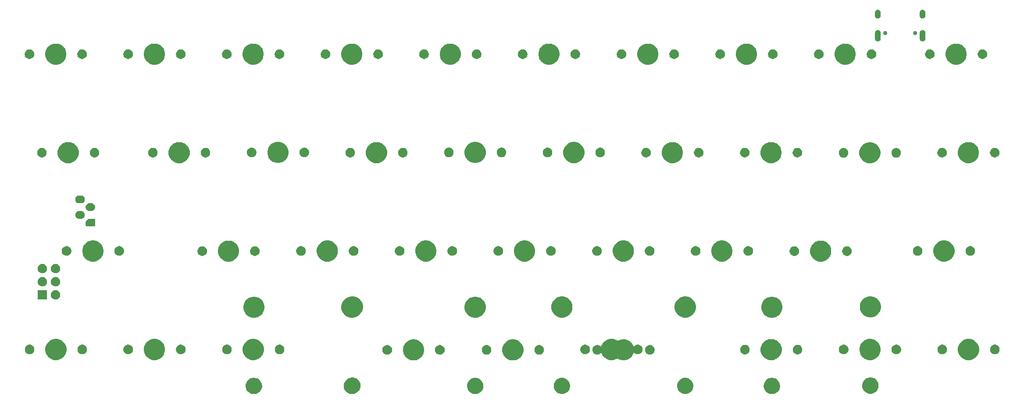
<source format=gbr>
G04 #@! TF.GenerationSoftware,KiCad,Pcbnew,(5.1.4-0-10_14)*
G04 #@! TF.CreationDate,2020-09-21T01:33:54-05:00*
G04 #@! TF.ProjectId,qaz_b,71617a5f-622e-46b6-9963-61645f706362,rev?*
G04 #@! TF.SameCoordinates,Original*
G04 #@! TF.FileFunction,Soldermask,Top*
G04 #@! TF.FilePolarity,Negative*
%FSLAX46Y46*%
G04 Gerber Fmt 4.6, Leading zero omitted, Abs format (unit mm)*
G04 Created by KiCad (PCBNEW (5.1.4-0-10_14)) date 2020-09-21 01:33:54*
%MOMM*%
%LPD*%
G04 APERTURE LIST*
%ADD10C,0.100000*%
G04 APERTURE END LIST*
D10*
G36*
X183584311Y-124195526D02*
G01*
X183689874Y-124239252D01*
X183870941Y-124314252D01*
X183870942Y-124314253D01*
X184128904Y-124486617D01*
X184348283Y-124705996D01*
X184463453Y-124878361D01*
X184520648Y-124963959D01*
X184590196Y-125131863D01*
X184629019Y-125225589D01*
X184639374Y-125250590D01*
X184684982Y-125479875D01*
X184699900Y-125554876D01*
X184699900Y-125865124D01*
X184654293Y-126094410D01*
X184639374Y-126169410D01*
X184520648Y-126456041D01*
X184520647Y-126456042D01*
X184348283Y-126714004D01*
X184128904Y-126933383D01*
X183983188Y-127030747D01*
X183870941Y-127105748D01*
X183703037Y-127175296D01*
X183584311Y-127224474D01*
X183280025Y-127285000D01*
X182969775Y-127285000D01*
X182665489Y-127224474D01*
X182546763Y-127175296D01*
X182378859Y-127105748D01*
X182266612Y-127030747D01*
X182120896Y-126933383D01*
X181901517Y-126714004D01*
X181729153Y-126456042D01*
X181729152Y-126456041D01*
X181610426Y-126169410D01*
X181595508Y-126094410D01*
X181549900Y-125865124D01*
X181549900Y-125554876D01*
X181564819Y-125479875D01*
X181610426Y-125250590D01*
X181620782Y-125225589D01*
X181659604Y-125131863D01*
X181729152Y-124963959D01*
X181786347Y-124878361D01*
X181901517Y-124705996D01*
X182120896Y-124486617D01*
X182378858Y-124314253D01*
X182378859Y-124314252D01*
X182559926Y-124239252D01*
X182665489Y-124195526D01*
X182969775Y-124135000D01*
X183280025Y-124135000D01*
X183584311Y-124195526D01*
X183584311Y-124195526D01*
G37*
G36*
X126315661Y-124195526D02*
G01*
X126421224Y-124239252D01*
X126602291Y-124314252D01*
X126602292Y-124314253D01*
X126860254Y-124486617D01*
X127079633Y-124705996D01*
X127194803Y-124878361D01*
X127251998Y-124963959D01*
X127321546Y-125131863D01*
X127360369Y-125225589D01*
X127370724Y-125250590D01*
X127416332Y-125479875D01*
X127431250Y-125554876D01*
X127431250Y-125865124D01*
X127385643Y-126094410D01*
X127370724Y-126169410D01*
X127251998Y-126456041D01*
X127251997Y-126456042D01*
X127079633Y-126714004D01*
X126860254Y-126933383D01*
X126714538Y-127030747D01*
X126602291Y-127105748D01*
X126434387Y-127175296D01*
X126315661Y-127224474D01*
X126011375Y-127285000D01*
X125701125Y-127285000D01*
X125396839Y-127224474D01*
X125278113Y-127175296D01*
X125110209Y-127105748D01*
X124997962Y-127030747D01*
X124852246Y-126933383D01*
X124632867Y-126714004D01*
X124460503Y-126456042D01*
X124460502Y-126456041D01*
X124341776Y-126169410D01*
X124326858Y-126094410D01*
X124281250Y-125865124D01*
X124281250Y-125554876D01*
X124296169Y-125479875D01*
X124341776Y-125250590D01*
X124352132Y-125225589D01*
X124390954Y-125131863D01*
X124460502Y-124963959D01*
X124517697Y-124878361D01*
X124632867Y-124705996D01*
X124852246Y-124486617D01*
X125110208Y-124314253D01*
X125110209Y-124314252D01*
X125291276Y-124239252D01*
X125396839Y-124195526D01*
X125701125Y-124135000D01*
X126011375Y-124135000D01*
X126315661Y-124195526D01*
X126315661Y-124195526D01*
G37*
G36*
X102457367Y-124090263D02*
G01*
X102609511Y-124120526D01*
X102728237Y-124169704D01*
X102896141Y-124239252D01*
X102896142Y-124239253D01*
X103154104Y-124411617D01*
X103373483Y-124630996D01*
X103488653Y-124803361D01*
X103545848Y-124888959D01*
X103576913Y-124963958D01*
X103664574Y-125175589D01*
X103694837Y-125327733D01*
X103725100Y-125479875D01*
X103725100Y-125790125D01*
X103694837Y-125942267D01*
X103664574Y-126094411D01*
X103643863Y-126144411D01*
X103545848Y-126381041D01*
X103495734Y-126456042D01*
X103373483Y-126639004D01*
X103154104Y-126858383D01*
X103079273Y-126908383D01*
X103069861Y-126914672D01*
X103050925Y-126930212D01*
X103047754Y-126933383D01*
X102902038Y-127030747D01*
X102789791Y-127105748D01*
X102621887Y-127175296D01*
X102503161Y-127224474D01*
X102198875Y-127285000D01*
X101888625Y-127285000D01*
X101584339Y-127224474D01*
X101465613Y-127175296D01*
X101297709Y-127105748D01*
X101185462Y-127030747D01*
X101039746Y-126933383D01*
X100820367Y-126714004D01*
X100648003Y-126456042D01*
X100648002Y-126456041D01*
X100529276Y-126169410D01*
X100514358Y-126094410D01*
X100468750Y-125865124D01*
X100468750Y-125554876D01*
X100483669Y-125479875D01*
X100529276Y-125250590D01*
X100539632Y-125225589D01*
X100578454Y-125131863D01*
X100648002Y-124963959D01*
X100705197Y-124878361D01*
X100820367Y-124705996D01*
X101039746Y-124486617D01*
X101123990Y-124430327D01*
X101142925Y-124414788D01*
X101146096Y-124411617D01*
X101404058Y-124239253D01*
X101404059Y-124239252D01*
X101571963Y-124169704D01*
X101690689Y-124120526D01*
X101842833Y-124090263D01*
X101994975Y-124060000D01*
X102305225Y-124060000D01*
X102457367Y-124090263D01*
X102457367Y-124090263D01*
G37*
G36*
X83584511Y-124195526D02*
G01*
X83690074Y-124239252D01*
X83871141Y-124314252D01*
X83871142Y-124314253D01*
X84129104Y-124486617D01*
X84348483Y-124705996D01*
X84463653Y-124878361D01*
X84520848Y-124963959D01*
X84590396Y-125131863D01*
X84629219Y-125225589D01*
X84639574Y-125250590D01*
X84685182Y-125479875D01*
X84700100Y-125554876D01*
X84700100Y-125865124D01*
X84654493Y-126094410D01*
X84639574Y-126169410D01*
X84520848Y-126456041D01*
X84520847Y-126456042D01*
X84348483Y-126714004D01*
X84129104Y-126933383D01*
X83983388Y-127030747D01*
X83871141Y-127105748D01*
X83703237Y-127175296D01*
X83584511Y-127224474D01*
X83280225Y-127285000D01*
X82969975Y-127285000D01*
X82665689Y-127224474D01*
X82546963Y-127175296D01*
X82379059Y-127105748D01*
X82266812Y-127030747D01*
X82121096Y-126933383D01*
X81901717Y-126714004D01*
X81729353Y-126456042D01*
X81729352Y-126456041D01*
X81610626Y-126169410D01*
X81595708Y-126094410D01*
X81550100Y-125865124D01*
X81550100Y-125554876D01*
X81565019Y-125479875D01*
X81610626Y-125250590D01*
X81620982Y-125225589D01*
X81659804Y-125131863D01*
X81729352Y-124963959D01*
X81786547Y-124878361D01*
X81901717Y-124705996D01*
X82121096Y-124486617D01*
X82379058Y-124314253D01*
X82379059Y-124314252D01*
X82560126Y-124239252D01*
X82665689Y-124195526D01*
X82969975Y-124135000D01*
X83280225Y-124135000D01*
X83584511Y-124195526D01*
X83584511Y-124195526D01*
G37*
G36*
X166713517Y-124140263D02*
G01*
X166865661Y-124170526D01*
X166926016Y-124195526D01*
X167152291Y-124289252D01*
X167237889Y-124346447D01*
X167410254Y-124461617D01*
X167629633Y-124680996D01*
X167744803Y-124853361D01*
X167801998Y-124938959D01*
X167812353Y-124963959D01*
X167900014Y-125175590D01*
X167920724Y-125225590D01*
X167971305Y-125479876D01*
X167981250Y-125529876D01*
X167981250Y-125840124D01*
X167920724Y-126144411D01*
X167871546Y-126263137D01*
X167801998Y-126431041D01*
X167785293Y-126456042D01*
X167629633Y-126689004D01*
X167410254Y-126908383D01*
X167237889Y-127023553D01*
X167152291Y-127080748D01*
X167091935Y-127105748D01*
X166865661Y-127199474D01*
X166713517Y-127229737D01*
X166561375Y-127260000D01*
X166251125Y-127260000D01*
X166098983Y-127229737D01*
X165946839Y-127199474D01*
X165720565Y-127105748D01*
X165660209Y-127080748D01*
X165574611Y-127023553D01*
X165402246Y-126908383D01*
X165182867Y-126689004D01*
X165027207Y-126456042D01*
X165010502Y-126431041D01*
X164940954Y-126263137D01*
X164891776Y-126144411D01*
X164831250Y-125840124D01*
X164831250Y-125529876D01*
X164841196Y-125479876D01*
X164891776Y-125225590D01*
X164912487Y-125175590D01*
X165000147Y-124963959D01*
X165010502Y-124938959D01*
X165067697Y-124853361D01*
X165182867Y-124680996D01*
X165402246Y-124461617D01*
X165574611Y-124346447D01*
X165660209Y-124289252D01*
X165886484Y-124195526D01*
X165946839Y-124170526D01*
X166098983Y-124140263D01*
X166251125Y-124110000D01*
X166561375Y-124110000D01*
X166713517Y-124140263D01*
X166713517Y-124140263D01*
G37*
G36*
X142901017Y-124140263D02*
G01*
X143053161Y-124170526D01*
X143113516Y-124195526D01*
X143339791Y-124289252D01*
X143425389Y-124346447D01*
X143597754Y-124461617D01*
X143817133Y-124680996D01*
X143932303Y-124853361D01*
X143989498Y-124938959D01*
X143999853Y-124963959D01*
X144087514Y-125175590D01*
X144108224Y-125225590D01*
X144158805Y-125479876D01*
X144168750Y-125529876D01*
X144168750Y-125840124D01*
X144108224Y-126144411D01*
X144059046Y-126263137D01*
X143989498Y-126431041D01*
X143972793Y-126456042D01*
X143817133Y-126689004D01*
X143597754Y-126908383D01*
X143425389Y-127023553D01*
X143339791Y-127080748D01*
X143279435Y-127105748D01*
X143053161Y-127199474D01*
X142901017Y-127229737D01*
X142748875Y-127260000D01*
X142438625Y-127260000D01*
X142286483Y-127229737D01*
X142134339Y-127199474D01*
X141908065Y-127105748D01*
X141847709Y-127080748D01*
X141762111Y-127023553D01*
X141589746Y-126908383D01*
X141370367Y-126689004D01*
X141214707Y-126456042D01*
X141198002Y-126431041D01*
X141128454Y-126263137D01*
X141079276Y-126144411D01*
X141018750Y-125840124D01*
X141018750Y-125529876D01*
X141028696Y-125479876D01*
X141079276Y-125225590D01*
X141099987Y-125175590D01*
X141187647Y-124963959D01*
X141198002Y-124938959D01*
X141255197Y-124853361D01*
X141370367Y-124680996D01*
X141589746Y-124461617D01*
X141762111Y-124346447D01*
X141847709Y-124289252D01*
X142073984Y-124195526D01*
X142134339Y-124170526D01*
X142286483Y-124140263D01*
X142438625Y-124110000D01*
X142748875Y-124110000D01*
X142901017Y-124140263D01*
X142901017Y-124140263D01*
G37*
G36*
X202457167Y-124090263D02*
G01*
X202609311Y-124120526D01*
X202728037Y-124169704D01*
X202895941Y-124239252D01*
X202895942Y-124239253D01*
X203153904Y-124411617D01*
X203373283Y-124630996D01*
X203488453Y-124803361D01*
X203545648Y-124888959D01*
X203576713Y-124963958D01*
X203664374Y-125175589D01*
X203724900Y-125479875D01*
X203724900Y-125790125D01*
X203694637Y-125942267D01*
X203664374Y-126094411D01*
X203643663Y-126144411D01*
X203545648Y-126381041D01*
X203495534Y-126456042D01*
X203373283Y-126639004D01*
X203153904Y-126858383D01*
X203079073Y-126908383D01*
X202895941Y-127030748D01*
X202728037Y-127100296D01*
X202609311Y-127149474D01*
X202457167Y-127179737D01*
X202305025Y-127210000D01*
X201994775Y-127210000D01*
X201842633Y-127179737D01*
X201690489Y-127149474D01*
X201571763Y-127100296D01*
X201403859Y-127030748D01*
X201220727Y-126908383D01*
X201145896Y-126858383D01*
X200926517Y-126639004D01*
X200804266Y-126456042D01*
X200754152Y-126381041D01*
X200656137Y-126144411D01*
X200635426Y-126094411D01*
X200605163Y-125942267D01*
X200574900Y-125790125D01*
X200574900Y-125479875D01*
X200635426Y-125175589D01*
X200723087Y-124963958D01*
X200754152Y-124888959D01*
X200811347Y-124803361D01*
X200926517Y-124630996D01*
X201145896Y-124411617D01*
X201403858Y-124239253D01*
X201403859Y-124239252D01*
X201571763Y-124169704D01*
X201690489Y-124120526D01*
X201842633Y-124090263D01*
X201994775Y-124060000D01*
X202305025Y-124060000D01*
X202457167Y-124090263D01*
X202457167Y-124090263D01*
G37*
G36*
X133721474Y-116758684D02*
G01*
X133912556Y-116837833D01*
X134093623Y-116912833D01*
X134428548Y-117136623D01*
X134713377Y-117421452D01*
X134937167Y-117756377D01*
X134969562Y-117834586D01*
X135091316Y-118128526D01*
X135169900Y-118523594D01*
X135169900Y-118926406D01*
X135091316Y-119321474D01*
X135040451Y-119444272D01*
X134937167Y-119693623D01*
X134713377Y-120028548D01*
X134428548Y-120313377D01*
X134093623Y-120537167D01*
X133939474Y-120601017D01*
X133721474Y-120691316D01*
X133326406Y-120769900D01*
X132923594Y-120769900D01*
X132528526Y-120691316D01*
X132310526Y-120601017D01*
X132156377Y-120537167D01*
X131821452Y-120313377D01*
X131536623Y-120028548D01*
X131312833Y-119693623D01*
X131209549Y-119444272D01*
X131158684Y-119321474D01*
X131080100Y-118926406D01*
X131080100Y-118523594D01*
X131158684Y-118128526D01*
X131280438Y-117834586D01*
X131312833Y-117756377D01*
X131536623Y-117421452D01*
X131821452Y-117136623D01*
X132156377Y-116912833D01*
X132337444Y-116837833D01*
X132528526Y-116758684D01*
X132923594Y-116680100D01*
X133326406Y-116680100D01*
X133721474Y-116758684D01*
X133721474Y-116758684D01*
G37*
G36*
X114546474Y-116758684D02*
G01*
X114737556Y-116837833D01*
X114918623Y-116912833D01*
X115253548Y-117136623D01*
X115538377Y-117421452D01*
X115762167Y-117756377D01*
X115794562Y-117834586D01*
X115916316Y-118128526D01*
X115994900Y-118523594D01*
X115994900Y-118926406D01*
X115916316Y-119321474D01*
X115865451Y-119444272D01*
X115762167Y-119693623D01*
X115538377Y-120028548D01*
X115253548Y-120313377D01*
X114918623Y-120537167D01*
X114764474Y-120601017D01*
X114546474Y-120691316D01*
X114151406Y-120769900D01*
X113748594Y-120769900D01*
X113353526Y-120691316D01*
X113135526Y-120601017D01*
X112981377Y-120537167D01*
X112646452Y-120313377D01*
X112361623Y-120028548D01*
X112137833Y-119693623D01*
X112034549Y-119444272D01*
X111983684Y-119321474D01*
X111905100Y-118926406D01*
X111905100Y-118523594D01*
X111983684Y-118128526D01*
X112105438Y-117834586D01*
X112137833Y-117756377D01*
X112361623Y-117421452D01*
X112646452Y-117136623D01*
X112981377Y-116912833D01*
X113162444Y-116837833D01*
X113353526Y-116758684D01*
X113748594Y-116680100D01*
X114151406Y-116680100D01*
X114546474Y-116758684D01*
X114546474Y-116758684D01*
G37*
G36*
X152746474Y-116683684D02*
G01*
X152927542Y-116758685D01*
X153118623Y-116837833D01*
X153292973Y-116954330D01*
X153314580Y-116965879D01*
X153338029Y-116972992D01*
X153362415Y-116975394D01*
X153386801Y-116972992D01*
X153410250Y-116965879D01*
X153431858Y-116954330D01*
X153531377Y-116887833D01*
X153685526Y-116823983D01*
X153903526Y-116733684D01*
X154298594Y-116655100D01*
X154701406Y-116655100D01*
X155096474Y-116733684D01*
X155314474Y-116823983D01*
X155468623Y-116887833D01*
X155803548Y-117111623D01*
X156088377Y-117396452D01*
X156312167Y-117731377D01*
X156394740Y-117930728D01*
X156394900Y-117931114D01*
X156406451Y-117952725D01*
X156421996Y-117971666D01*
X156440938Y-117987212D01*
X156462549Y-117998763D01*
X156485998Y-118005876D01*
X156510384Y-118008278D01*
X156534770Y-118005876D01*
X156558219Y-117998763D01*
X156579830Y-117987212D01*
X156598761Y-117971676D01*
X156639709Y-117930728D01*
X156791374Y-117829389D01*
X156959896Y-117759585D01*
X157138797Y-117724000D01*
X157321203Y-117724000D01*
X157500104Y-117759585D01*
X157668626Y-117829389D01*
X157820291Y-117930728D01*
X157949272Y-118059709D01*
X158050611Y-118211374D01*
X158120415Y-118379896D01*
X158156000Y-118558797D01*
X158156000Y-118741203D01*
X158120415Y-118920104D01*
X158050611Y-119088626D01*
X157949272Y-119240291D01*
X157820291Y-119369272D01*
X157668626Y-119470611D01*
X157500104Y-119540415D01*
X157321203Y-119576000D01*
X157138797Y-119576000D01*
X156959896Y-119540415D01*
X156791374Y-119470611D01*
X156639709Y-119369272D01*
X156628051Y-119357614D01*
X156609120Y-119342078D01*
X156587509Y-119330527D01*
X156564060Y-119323414D01*
X156539674Y-119321012D01*
X156515288Y-119323414D01*
X156491839Y-119330527D01*
X156470228Y-119342078D01*
X156451286Y-119357623D01*
X156435741Y-119376565D01*
X156424190Y-119398176D01*
X156405096Y-119444272D01*
X156312167Y-119668623D01*
X156088377Y-120003548D01*
X155803548Y-120288377D01*
X155468623Y-120512167D01*
X155408267Y-120537167D01*
X155096474Y-120666316D01*
X154701406Y-120744900D01*
X154298594Y-120744900D01*
X153903526Y-120666316D01*
X153591733Y-120537167D01*
X153531377Y-120512167D01*
X153357027Y-120395670D01*
X153335420Y-120384121D01*
X153311971Y-120377008D01*
X153287585Y-120374606D01*
X153263199Y-120377008D01*
X153239750Y-120384121D01*
X153218142Y-120395670D01*
X153118623Y-120462167D01*
X153058267Y-120487167D01*
X152746474Y-120616316D01*
X152351406Y-120694900D01*
X151948594Y-120694900D01*
X151553526Y-120616316D01*
X151241733Y-120487167D01*
X151181377Y-120462167D01*
X150846452Y-120238377D01*
X150561623Y-119953548D01*
X150337833Y-119618623D01*
X150255098Y-119418883D01*
X150243549Y-119397275D01*
X150228004Y-119378334D01*
X150209062Y-119362788D01*
X150187451Y-119351237D01*
X150164002Y-119344124D01*
X150139616Y-119341722D01*
X150115230Y-119344124D01*
X150091781Y-119351237D01*
X150070170Y-119362788D01*
X150051239Y-119378324D01*
X150010291Y-119419272D01*
X149858626Y-119520611D01*
X149690104Y-119590415D01*
X149511203Y-119626000D01*
X149328797Y-119626000D01*
X149149896Y-119590415D01*
X148981374Y-119520611D01*
X148829709Y-119419272D01*
X148700728Y-119290291D01*
X148599389Y-119138626D01*
X148529585Y-118970104D01*
X148494000Y-118791203D01*
X148494000Y-118608797D01*
X148529585Y-118429896D01*
X148599389Y-118261374D01*
X148700728Y-118109709D01*
X148829709Y-117980728D01*
X148981374Y-117879389D01*
X149149896Y-117809585D01*
X149328797Y-117774000D01*
X149511203Y-117774000D01*
X149690104Y-117809585D01*
X149858626Y-117879389D01*
X150010291Y-117980728D01*
X150021949Y-117992386D01*
X150040880Y-118007922D01*
X150062491Y-118019473D01*
X150085940Y-118026586D01*
X150110326Y-118028988D01*
X150134712Y-118026586D01*
X150158161Y-118019473D01*
X150179772Y-118007922D01*
X150198714Y-117992377D01*
X150214259Y-117973435D01*
X150225810Y-117951824D01*
X150297240Y-117779378D01*
X150337833Y-117681377D01*
X150561623Y-117346452D01*
X150846452Y-117061623D01*
X151181377Y-116837833D01*
X151372458Y-116758685D01*
X151553526Y-116683684D01*
X151948594Y-116605100D01*
X152351406Y-116605100D01*
X152746474Y-116683684D01*
X152746474Y-116683684D01*
G37*
G36*
X183596474Y-116708684D02*
G01*
X183814474Y-116798983D01*
X183968623Y-116862833D01*
X184303548Y-117086623D01*
X184588377Y-117371452D01*
X184812167Y-117706377D01*
X184854917Y-117809585D01*
X184966316Y-118078526D01*
X185044900Y-118473594D01*
X185044900Y-118876406D01*
X184966316Y-119271474D01*
X184883831Y-119470611D01*
X184812167Y-119643623D01*
X184588377Y-119978548D01*
X184303548Y-120263377D01*
X183968623Y-120487167D01*
X183908267Y-120512167D01*
X183596474Y-120641316D01*
X183201406Y-120719900D01*
X182798594Y-120719900D01*
X182403526Y-120641316D01*
X182091733Y-120512167D01*
X182031377Y-120487167D01*
X181696452Y-120263377D01*
X181411623Y-119978548D01*
X181187833Y-119643623D01*
X181116169Y-119470611D01*
X181033684Y-119271474D01*
X180955100Y-118876406D01*
X180955100Y-118473594D01*
X181033684Y-118078526D01*
X181145083Y-117809585D01*
X181187833Y-117706377D01*
X181411623Y-117371452D01*
X181696452Y-117086623D01*
X182031377Y-116862833D01*
X182185526Y-116798983D01*
X182403526Y-116708684D01*
X182798594Y-116630100D01*
X183201406Y-116630100D01*
X183596474Y-116708684D01*
X183596474Y-116708684D01*
G37*
G36*
X221696474Y-116683684D02*
G01*
X221877542Y-116758685D01*
X222068623Y-116837833D01*
X222403548Y-117061623D01*
X222688377Y-117346452D01*
X222912167Y-117681377D01*
X222954917Y-117784585D01*
X223066316Y-118053526D01*
X223144900Y-118448594D01*
X223144900Y-118851406D01*
X223066316Y-119246474D01*
X222984386Y-119444271D01*
X222912167Y-119618623D01*
X222688377Y-119953548D01*
X222403548Y-120238377D01*
X222068623Y-120462167D01*
X222008267Y-120487167D01*
X221696474Y-120616316D01*
X221301406Y-120694900D01*
X220898594Y-120694900D01*
X220503526Y-120616316D01*
X220191733Y-120487167D01*
X220131377Y-120462167D01*
X219796452Y-120238377D01*
X219511623Y-119953548D01*
X219287833Y-119618623D01*
X219215614Y-119444271D01*
X219133684Y-119246474D01*
X219055100Y-118851406D01*
X219055100Y-118448594D01*
X219133684Y-118053526D01*
X219245083Y-117784585D01*
X219287833Y-117681377D01*
X219511623Y-117346452D01*
X219796452Y-117061623D01*
X220131377Y-116837833D01*
X220322458Y-116758685D01*
X220503526Y-116683684D01*
X220898594Y-116605100D01*
X221301406Y-116605100D01*
X221696474Y-116683684D01*
X221696474Y-116683684D01*
G37*
G36*
X202671474Y-116683684D02*
G01*
X202852542Y-116758685D01*
X203043623Y-116837833D01*
X203378548Y-117061623D01*
X203663377Y-117346452D01*
X203887167Y-117681377D01*
X203929917Y-117784585D01*
X204041316Y-118053526D01*
X204119900Y-118448594D01*
X204119900Y-118851406D01*
X204041316Y-119246474D01*
X203959386Y-119444271D01*
X203887167Y-119618623D01*
X203663377Y-119953548D01*
X203378548Y-120238377D01*
X203043623Y-120462167D01*
X202983267Y-120487167D01*
X202671474Y-120616316D01*
X202276406Y-120694900D01*
X201873594Y-120694900D01*
X201478526Y-120616316D01*
X201166733Y-120487167D01*
X201106377Y-120462167D01*
X200771452Y-120238377D01*
X200486623Y-119953548D01*
X200262833Y-119618623D01*
X200190614Y-119444271D01*
X200108684Y-119246474D01*
X200030100Y-118851406D01*
X200030100Y-118448594D01*
X200108684Y-118053526D01*
X200220083Y-117784585D01*
X200262833Y-117681377D01*
X200486623Y-117346452D01*
X200771452Y-117061623D01*
X201106377Y-116837833D01*
X201297458Y-116758685D01*
X201478526Y-116683684D01*
X201873594Y-116605100D01*
X202276406Y-116605100D01*
X202671474Y-116683684D01*
X202671474Y-116683684D01*
G37*
G36*
X83596474Y-116683684D02*
G01*
X83777542Y-116758685D01*
X83968623Y-116837833D01*
X84303548Y-117061623D01*
X84588377Y-117346452D01*
X84812167Y-117681377D01*
X84854917Y-117784585D01*
X84966316Y-118053526D01*
X85044900Y-118448594D01*
X85044900Y-118851406D01*
X84966316Y-119246474D01*
X84884386Y-119444271D01*
X84812167Y-119618623D01*
X84588377Y-119953548D01*
X84303548Y-120238377D01*
X83968623Y-120462167D01*
X83908267Y-120487167D01*
X83596474Y-120616316D01*
X83201406Y-120694900D01*
X82798594Y-120694900D01*
X82403526Y-120616316D01*
X82091733Y-120487167D01*
X82031377Y-120462167D01*
X81696452Y-120238377D01*
X81411623Y-119953548D01*
X81187833Y-119618623D01*
X81115614Y-119444271D01*
X81033684Y-119246474D01*
X80955100Y-118851406D01*
X80955100Y-118448594D01*
X81033684Y-118053526D01*
X81145083Y-117784585D01*
X81187833Y-117681377D01*
X81411623Y-117346452D01*
X81696452Y-117061623D01*
X82031377Y-116837833D01*
X82222458Y-116758685D01*
X82403526Y-116683684D01*
X82798594Y-116605100D01*
X83201406Y-116605100D01*
X83596474Y-116683684D01*
X83596474Y-116683684D01*
G37*
G36*
X64521474Y-116683684D02*
G01*
X64702542Y-116758685D01*
X64893623Y-116837833D01*
X65228548Y-117061623D01*
X65513377Y-117346452D01*
X65737167Y-117681377D01*
X65779917Y-117784585D01*
X65891316Y-118053526D01*
X65969900Y-118448594D01*
X65969900Y-118851406D01*
X65891316Y-119246474D01*
X65809386Y-119444271D01*
X65737167Y-119618623D01*
X65513377Y-119953548D01*
X65228548Y-120238377D01*
X64893623Y-120462167D01*
X64833267Y-120487167D01*
X64521474Y-120616316D01*
X64126406Y-120694900D01*
X63723594Y-120694900D01*
X63328526Y-120616316D01*
X63016733Y-120487167D01*
X62956377Y-120462167D01*
X62621452Y-120238377D01*
X62336623Y-119953548D01*
X62112833Y-119618623D01*
X62040614Y-119444271D01*
X61958684Y-119246474D01*
X61880100Y-118851406D01*
X61880100Y-118448594D01*
X61958684Y-118053526D01*
X62070083Y-117784585D01*
X62112833Y-117681377D01*
X62336623Y-117346452D01*
X62621452Y-117061623D01*
X62956377Y-116837833D01*
X63147458Y-116758685D01*
X63328526Y-116683684D01*
X63723594Y-116605100D01*
X64126406Y-116605100D01*
X64521474Y-116683684D01*
X64521474Y-116683684D01*
G37*
G36*
X45496474Y-116683684D02*
G01*
X45677542Y-116758685D01*
X45868623Y-116837833D01*
X46203548Y-117061623D01*
X46488377Y-117346452D01*
X46712167Y-117681377D01*
X46754917Y-117784585D01*
X46866316Y-118053526D01*
X46944900Y-118448594D01*
X46944900Y-118851406D01*
X46866316Y-119246474D01*
X46784386Y-119444271D01*
X46712167Y-119618623D01*
X46488377Y-119953548D01*
X46203548Y-120238377D01*
X45868623Y-120462167D01*
X45808267Y-120487167D01*
X45496474Y-120616316D01*
X45101406Y-120694900D01*
X44698594Y-120694900D01*
X44303526Y-120616316D01*
X43991733Y-120487167D01*
X43931377Y-120462167D01*
X43596452Y-120238377D01*
X43311623Y-119953548D01*
X43087833Y-119618623D01*
X43015614Y-119444271D01*
X42933684Y-119246474D01*
X42855100Y-118851406D01*
X42855100Y-118448594D01*
X42933684Y-118053526D01*
X43045083Y-117784585D01*
X43087833Y-117681377D01*
X43311623Y-117346452D01*
X43596452Y-117061623D01*
X43931377Y-116837833D01*
X44122458Y-116758685D01*
X44303526Y-116683684D01*
X44698594Y-116605100D01*
X45101406Y-116605100D01*
X45496474Y-116683684D01*
X45496474Y-116683684D01*
G37*
G36*
X138475104Y-117834585D02*
G01*
X138643626Y-117904389D01*
X138795291Y-118005728D01*
X138924272Y-118134709D01*
X139025611Y-118286374D01*
X139095415Y-118454896D01*
X139131000Y-118633797D01*
X139131000Y-118816203D01*
X139095415Y-118995104D01*
X139025611Y-119163626D01*
X138924272Y-119315291D01*
X138795291Y-119444272D01*
X138643626Y-119545611D01*
X138475104Y-119615415D01*
X138296203Y-119651000D01*
X138113797Y-119651000D01*
X137934896Y-119615415D01*
X137766374Y-119545611D01*
X137614709Y-119444272D01*
X137485728Y-119315291D01*
X137384389Y-119163626D01*
X137314585Y-118995104D01*
X137279000Y-118816203D01*
X137279000Y-118633797D01*
X137314585Y-118454896D01*
X137384389Y-118286374D01*
X137485728Y-118134709D01*
X137614709Y-118005728D01*
X137766374Y-117904389D01*
X137934896Y-117834585D01*
X138113797Y-117799000D01*
X138296203Y-117799000D01*
X138475104Y-117834585D01*
X138475104Y-117834585D01*
G37*
G36*
X128315104Y-117834585D02*
G01*
X128483626Y-117904389D01*
X128635291Y-118005728D01*
X128764272Y-118134709D01*
X128865611Y-118286374D01*
X128935415Y-118454896D01*
X128971000Y-118633797D01*
X128971000Y-118816203D01*
X128935415Y-118995104D01*
X128865611Y-119163626D01*
X128764272Y-119315291D01*
X128635291Y-119444272D01*
X128483626Y-119545611D01*
X128315104Y-119615415D01*
X128136203Y-119651000D01*
X127953797Y-119651000D01*
X127774896Y-119615415D01*
X127606374Y-119545611D01*
X127454709Y-119444272D01*
X127325728Y-119315291D01*
X127224389Y-119163626D01*
X127154585Y-118995104D01*
X127119000Y-118816203D01*
X127119000Y-118633797D01*
X127154585Y-118454896D01*
X127224389Y-118286374D01*
X127325728Y-118134709D01*
X127454709Y-118005728D01*
X127606374Y-117904389D01*
X127774896Y-117834585D01*
X127953797Y-117799000D01*
X128136203Y-117799000D01*
X128315104Y-117834585D01*
X128315104Y-117834585D01*
G37*
G36*
X119300104Y-117834585D02*
G01*
X119468626Y-117904389D01*
X119620291Y-118005728D01*
X119749272Y-118134709D01*
X119850611Y-118286374D01*
X119920415Y-118454896D01*
X119956000Y-118633797D01*
X119956000Y-118816203D01*
X119920415Y-118995104D01*
X119850611Y-119163626D01*
X119749272Y-119315291D01*
X119620291Y-119444272D01*
X119468626Y-119545611D01*
X119300104Y-119615415D01*
X119121203Y-119651000D01*
X118938797Y-119651000D01*
X118759896Y-119615415D01*
X118591374Y-119545611D01*
X118439709Y-119444272D01*
X118310728Y-119315291D01*
X118209389Y-119163626D01*
X118139585Y-118995104D01*
X118104000Y-118816203D01*
X118104000Y-118633797D01*
X118139585Y-118454896D01*
X118209389Y-118286374D01*
X118310728Y-118134709D01*
X118439709Y-118005728D01*
X118591374Y-117904389D01*
X118759896Y-117834585D01*
X118938797Y-117799000D01*
X119121203Y-117799000D01*
X119300104Y-117834585D01*
X119300104Y-117834585D01*
G37*
G36*
X109140104Y-117834585D02*
G01*
X109308626Y-117904389D01*
X109460291Y-118005728D01*
X109589272Y-118134709D01*
X109690611Y-118286374D01*
X109760415Y-118454896D01*
X109796000Y-118633797D01*
X109796000Y-118816203D01*
X109760415Y-118995104D01*
X109690611Y-119163626D01*
X109589272Y-119315291D01*
X109460291Y-119444272D01*
X109308626Y-119545611D01*
X109140104Y-119615415D01*
X108961203Y-119651000D01*
X108778797Y-119651000D01*
X108599896Y-119615415D01*
X108431374Y-119545611D01*
X108279709Y-119444272D01*
X108150728Y-119315291D01*
X108049389Y-119163626D01*
X107979585Y-118995104D01*
X107944000Y-118816203D01*
X107944000Y-118633797D01*
X107979585Y-118454896D01*
X108049389Y-118286374D01*
X108150728Y-118134709D01*
X108279709Y-118005728D01*
X108431374Y-117904389D01*
X108599896Y-117834585D01*
X108778797Y-117799000D01*
X108961203Y-117799000D01*
X109140104Y-117834585D01*
X109140104Y-117834585D01*
G37*
G36*
X159850104Y-117809585D02*
G01*
X160018626Y-117879389D01*
X160170291Y-117980728D01*
X160299272Y-118109709D01*
X160400611Y-118261374D01*
X160470415Y-118429896D01*
X160506000Y-118608797D01*
X160506000Y-118791203D01*
X160470415Y-118970104D01*
X160400611Y-119138626D01*
X160299272Y-119290291D01*
X160170291Y-119419272D01*
X160018626Y-119520611D01*
X159850104Y-119590415D01*
X159671203Y-119626000D01*
X159488797Y-119626000D01*
X159309896Y-119590415D01*
X159141374Y-119520611D01*
X158989709Y-119419272D01*
X158860728Y-119290291D01*
X158759389Y-119138626D01*
X158689585Y-118970104D01*
X158654000Y-118791203D01*
X158654000Y-118608797D01*
X158689585Y-118429896D01*
X158759389Y-118261374D01*
X158860728Y-118109709D01*
X158989709Y-117980728D01*
X159141374Y-117879389D01*
X159309896Y-117809585D01*
X159488797Y-117774000D01*
X159671203Y-117774000D01*
X159850104Y-117809585D01*
X159850104Y-117809585D01*
G37*
G36*
X188350104Y-117784585D02*
G01*
X188518626Y-117854389D01*
X188670291Y-117955728D01*
X188799272Y-118084709D01*
X188900611Y-118236374D01*
X188970415Y-118404896D01*
X189006000Y-118583797D01*
X189006000Y-118766203D01*
X188970415Y-118945104D01*
X188900611Y-119113626D01*
X188799272Y-119265291D01*
X188670291Y-119394272D01*
X188518626Y-119495611D01*
X188350104Y-119565415D01*
X188171203Y-119601000D01*
X187988797Y-119601000D01*
X187809896Y-119565415D01*
X187641374Y-119495611D01*
X187489709Y-119394272D01*
X187360728Y-119265291D01*
X187259389Y-119113626D01*
X187189585Y-118945104D01*
X187154000Y-118766203D01*
X187154000Y-118583797D01*
X187189585Y-118404896D01*
X187259389Y-118236374D01*
X187360728Y-118084709D01*
X187489709Y-117955728D01*
X187641374Y-117854389D01*
X187809896Y-117784585D01*
X187988797Y-117749000D01*
X188171203Y-117749000D01*
X188350104Y-117784585D01*
X188350104Y-117784585D01*
G37*
G36*
X178190104Y-117784585D02*
G01*
X178358626Y-117854389D01*
X178510291Y-117955728D01*
X178639272Y-118084709D01*
X178740611Y-118236374D01*
X178810415Y-118404896D01*
X178846000Y-118583797D01*
X178846000Y-118766203D01*
X178810415Y-118945104D01*
X178740611Y-119113626D01*
X178639272Y-119265291D01*
X178510291Y-119394272D01*
X178358626Y-119495611D01*
X178190104Y-119565415D01*
X178011203Y-119601000D01*
X177828797Y-119601000D01*
X177649896Y-119565415D01*
X177481374Y-119495611D01*
X177329709Y-119394272D01*
X177200728Y-119265291D01*
X177099389Y-119113626D01*
X177029585Y-118945104D01*
X176994000Y-118766203D01*
X176994000Y-118583797D01*
X177029585Y-118404896D01*
X177099389Y-118236374D01*
X177200728Y-118084709D01*
X177329709Y-117955728D01*
X177481374Y-117854389D01*
X177649896Y-117784585D01*
X177828797Y-117749000D01*
X178011203Y-117749000D01*
X178190104Y-117784585D01*
X178190104Y-117784585D01*
G37*
G36*
X69275104Y-117759585D02*
G01*
X69443626Y-117829389D01*
X69595291Y-117930728D01*
X69724272Y-118059709D01*
X69825611Y-118211374D01*
X69895415Y-118379896D01*
X69931000Y-118558797D01*
X69931000Y-118741203D01*
X69895415Y-118920104D01*
X69825611Y-119088626D01*
X69724272Y-119240291D01*
X69595291Y-119369272D01*
X69443626Y-119470611D01*
X69275104Y-119540415D01*
X69096203Y-119576000D01*
X68913797Y-119576000D01*
X68734896Y-119540415D01*
X68566374Y-119470611D01*
X68414709Y-119369272D01*
X68285728Y-119240291D01*
X68184389Y-119088626D01*
X68114585Y-118920104D01*
X68079000Y-118741203D01*
X68079000Y-118558797D01*
X68114585Y-118379896D01*
X68184389Y-118211374D01*
X68285728Y-118059709D01*
X68414709Y-117930728D01*
X68566374Y-117829389D01*
X68734896Y-117759585D01*
X68913797Y-117724000D01*
X69096203Y-117724000D01*
X69275104Y-117759585D01*
X69275104Y-117759585D01*
G37*
G36*
X78190104Y-117759585D02*
G01*
X78358626Y-117829389D01*
X78510291Y-117930728D01*
X78639272Y-118059709D01*
X78740611Y-118211374D01*
X78810415Y-118379896D01*
X78846000Y-118558797D01*
X78846000Y-118741203D01*
X78810415Y-118920104D01*
X78740611Y-119088626D01*
X78639272Y-119240291D01*
X78510291Y-119369272D01*
X78358626Y-119470611D01*
X78190104Y-119540415D01*
X78011203Y-119576000D01*
X77828797Y-119576000D01*
X77649896Y-119540415D01*
X77481374Y-119470611D01*
X77329709Y-119369272D01*
X77200728Y-119240291D01*
X77099389Y-119088626D01*
X77029585Y-118920104D01*
X76994000Y-118741203D01*
X76994000Y-118558797D01*
X77029585Y-118379896D01*
X77099389Y-118211374D01*
X77200728Y-118059709D01*
X77329709Y-117930728D01*
X77481374Y-117829389D01*
X77649896Y-117759585D01*
X77828797Y-117724000D01*
X78011203Y-117724000D01*
X78190104Y-117759585D01*
X78190104Y-117759585D01*
G37*
G36*
X40090104Y-117759585D02*
G01*
X40258626Y-117829389D01*
X40410291Y-117930728D01*
X40539272Y-118059709D01*
X40640611Y-118211374D01*
X40710415Y-118379896D01*
X40746000Y-118558797D01*
X40746000Y-118741203D01*
X40710415Y-118920104D01*
X40640611Y-119088626D01*
X40539272Y-119240291D01*
X40410291Y-119369272D01*
X40258626Y-119470611D01*
X40090104Y-119540415D01*
X39911203Y-119576000D01*
X39728797Y-119576000D01*
X39549896Y-119540415D01*
X39381374Y-119470611D01*
X39229709Y-119369272D01*
X39100728Y-119240291D01*
X38999389Y-119088626D01*
X38929585Y-118920104D01*
X38894000Y-118741203D01*
X38894000Y-118558797D01*
X38929585Y-118379896D01*
X38999389Y-118211374D01*
X39100728Y-118059709D01*
X39229709Y-117930728D01*
X39381374Y-117829389D01*
X39549896Y-117759585D01*
X39728797Y-117724000D01*
X39911203Y-117724000D01*
X40090104Y-117759585D01*
X40090104Y-117759585D01*
G37*
G36*
X216290104Y-117759585D02*
G01*
X216458626Y-117829389D01*
X216610291Y-117930728D01*
X216739272Y-118059709D01*
X216840611Y-118211374D01*
X216910415Y-118379896D01*
X216946000Y-118558797D01*
X216946000Y-118741203D01*
X216910415Y-118920104D01*
X216840611Y-119088626D01*
X216739272Y-119240291D01*
X216610291Y-119369272D01*
X216458626Y-119470611D01*
X216290104Y-119540415D01*
X216111203Y-119576000D01*
X215928797Y-119576000D01*
X215749896Y-119540415D01*
X215581374Y-119470611D01*
X215429709Y-119369272D01*
X215300728Y-119240291D01*
X215199389Y-119088626D01*
X215129585Y-118920104D01*
X215094000Y-118741203D01*
X215094000Y-118558797D01*
X215129585Y-118379896D01*
X215199389Y-118211374D01*
X215300728Y-118059709D01*
X215429709Y-117930728D01*
X215581374Y-117829389D01*
X215749896Y-117759585D01*
X215928797Y-117724000D01*
X216111203Y-117724000D01*
X216290104Y-117759585D01*
X216290104Y-117759585D01*
G37*
G36*
X226450104Y-117759585D02*
G01*
X226618626Y-117829389D01*
X226770291Y-117930728D01*
X226899272Y-118059709D01*
X227000611Y-118211374D01*
X227070415Y-118379896D01*
X227106000Y-118558797D01*
X227106000Y-118741203D01*
X227070415Y-118920104D01*
X227000611Y-119088626D01*
X226899272Y-119240291D01*
X226770291Y-119369272D01*
X226618626Y-119470611D01*
X226450104Y-119540415D01*
X226271203Y-119576000D01*
X226088797Y-119576000D01*
X225909896Y-119540415D01*
X225741374Y-119470611D01*
X225589709Y-119369272D01*
X225460728Y-119240291D01*
X225359389Y-119088626D01*
X225289585Y-118920104D01*
X225254000Y-118741203D01*
X225254000Y-118558797D01*
X225289585Y-118379896D01*
X225359389Y-118211374D01*
X225460728Y-118059709D01*
X225589709Y-117930728D01*
X225741374Y-117829389D01*
X225909896Y-117759585D01*
X226088797Y-117724000D01*
X226271203Y-117724000D01*
X226450104Y-117759585D01*
X226450104Y-117759585D01*
G37*
G36*
X59115104Y-117759585D02*
G01*
X59283626Y-117829389D01*
X59435291Y-117930728D01*
X59564272Y-118059709D01*
X59665611Y-118211374D01*
X59735415Y-118379896D01*
X59771000Y-118558797D01*
X59771000Y-118741203D01*
X59735415Y-118920104D01*
X59665611Y-119088626D01*
X59564272Y-119240291D01*
X59435291Y-119369272D01*
X59283626Y-119470611D01*
X59115104Y-119540415D01*
X58936203Y-119576000D01*
X58753797Y-119576000D01*
X58574896Y-119540415D01*
X58406374Y-119470611D01*
X58254709Y-119369272D01*
X58125728Y-119240291D01*
X58024389Y-119088626D01*
X57954585Y-118920104D01*
X57919000Y-118741203D01*
X57919000Y-118558797D01*
X57954585Y-118379896D01*
X58024389Y-118211374D01*
X58125728Y-118059709D01*
X58254709Y-117930728D01*
X58406374Y-117829389D01*
X58574896Y-117759585D01*
X58753797Y-117724000D01*
X58936203Y-117724000D01*
X59115104Y-117759585D01*
X59115104Y-117759585D01*
G37*
G36*
X207425104Y-117759585D02*
G01*
X207593626Y-117829389D01*
X207745291Y-117930728D01*
X207874272Y-118059709D01*
X207975611Y-118211374D01*
X208045415Y-118379896D01*
X208081000Y-118558797D01*
X208081000Y-118741203D01*
X208045415Y-118920104D01*
X207975611Y-119088626D01*
X207874272Y-119240291D01*
X207745291Y-119369272D01*
X207593626Y-119470611D01*
X207425104Y-119540415D01*
X207246203Y-119576000D01*
X207063797Y-119576000D01*
X206884896Y-119540415D01*
X206716374Y-119470611D01*
X206564709Y-119369272D01*
X206435728Y-119240291D01*
X206334389Y-119088626D01*
X206264585Y-118920104D01*
X206229000Y-118741203D01*
X206229000Y-118558797D01*
X206264585Y-118379896D01*
X206334389Y-118211374D01*
X206435728Y-118059709D01*
X206564709Y-117930728D01*
X206716374Y-117829389D01*
X206884896Y-117759585D01*
X207063797Y-117724000D01*
X207246203Y-117724000D01*
X207425104Y-117759585D01*
X207425104Y-117759585D01*
G37*
G36*
X147340104Y-117759585D02*
G01*
X147508626Y-117829389D01*
X147660291Y-117930728D01*
X147789272Y-118059709D01*
X147890611Y-118211374D01*
X147960415Y-118379896D01*
X147996000Y-118558797D01*
X147996000Y-118741203D01*
X147960415Y-118920104D01*
X147890611Y-119088626D01*
X147789272Y-119240291D01*
X147660291Y-119369272D01*
X147508626Y-119470611D01*
X147340104Y-119540415D01*
X147161203Y-119576000D01*
X146978797Y-119576000D01*
X146799896Y-119540415D01*
X146631374Y-119470611D01*
X146479709Y-119369272D01*
X146350728Y-119240291D01*
X146249389Y-119088626D01*
X146179585Y-118920104D01*
X146144000Y-118741203D01*
X146144000Y-118558797D01*
X146179585Y-118379896D01*
X146249389Y-118211374D01*
X146350728Y-118059709D01*
X146479709Y-117930728D01*
X146631374Y-117829389D01*
X146799896Y-117759585D01*
X146978797Y-117724000D01*
X147161203Y-117724000D01*
X147340104Y-117759585D01*
X147340104Y-117759585D01*
G37*
G36*
X197265104Y-117759585D02*
G01*
X197433626Y-117829389D01*
X197585291Y-117930728D01*
X197714272Y-118059709D01*
X197815611Y-118211374D01*
X197885415Y-118379896D01*
X197921000Y-118558797D01*
X197921000Y-118741203D01*
X197885415Y-118920104D01*
X197815611Y-119088626D01*
X197714272Y-119240291D01*
X197585291Y-119369272D01*
X197433626Y-119470611D01*
X197265104Y-119540415D01*
X197086203Y-119576000D01*
X196903797Y-119576000D01*
X196724896Y-119540415D01*
X196556374Y-119470611D01*
X196404709Y-119369272D01*
X196275728Y-119240291D01*
X196174389Y-119088626D01*
X196104585Y-118920104D01*
X196069000Y-118741203D01*
X196069000Y-118558797D01*
X196104585Y-118379896D01*
X196174389Y-118211374D01*
X196275728Y-118059709D01*
X196404709Y-117930728D01*
X196556374Y-117829389D01*
X196724896Y-117759585D01*
X196903797Y-117724000D01*
X197086203Y-117724000D01*
X197265104Y-117759585D01*
X197265104Y-117759585D01*
G37*
G36*
X88350104Y-117759585D02*
G01*
X88518626Y-117829389D01*
X88670291Y-117930728D01*
X88799272Y-118059709D01*
X88900611Y-118211374D01*
X88970415Y-118379896D01*
X89006000Y-118558797D01*
X89006000Y-118741203D01*
X88970415Y-118920104D01*
X88900611Y-119088626D01*
X88799272Y-119240291D01*
X88670291Y-119369272D01*
X88518626Y-119470611D01*
X88350104Y-119540415D01*
X88171203Y-119576000D01*
X87988797Y-119576000D01*
X87809896Y-119540415D01*
X87641374Y-119470611D01*
X87489709Y-119369272D01*
X87360728Y-119240291D01*
X87259389Y-119088626D01*
X87189585Y-118920104D01*
X87154000Y-118741203D01*
X87154000Y-118558797D01*
X87189585Y-118379896D01*
X87259389Y-118211374D01*
X87360728Y-118059709D01*
X87489709Y-117930728D01*
X87641374Y-117829389D01*
X87809896Y-117759585D01*
X87988797Y-117724000D01*
X88171203Y-117724000D01*
X88350104Y-117759585D01*
X88350104Y-117759585D01*
G37*
G36*
X50250104Y-117759585D02*
G01*
X50418626Y-117829389D01*
X50570291Y-117930728D01*
X50699272Y-118059709D01*
X50800611Y-118211374D01*
X50870415Y-118379896D01*
X50906000Y-118558797D01*
X50906000Y-118741203D01*
X50870415Y-118920104D01*
X50800611Y-119088626D01*
X50699272Y-119240291D01*
X50570291Y-119369272D01*
X50418626Y-119470611D01*
X50250104Y-119540415D01*
X50071203Y-119576000D01*
X49888797Y-119576000D01*
X49709896Y-119540415D01*
X49541374Y-119470611D01*
X49389709Y-119369272D01*
X49260728Y-119240291D01*
X49159389Y-119088626D01*
X49089585Y-118920104D01*
X49054000Y-118741203D01*
X49054000Y-118558797D01*
X49089585Y-118379896D01*
X49159389Y-118211374D01*
X49260728Y-118059709D01*
X49389709Y-117930728D01*
X49541374Y-117829389D01*
X49709896Y-117759585D01*
X49888797Y-117724000D01*
X50071203Y-117724000D01*
X50250104Y-117759585D01*
X50250104Y-117759585D01*
G37*
G36*
X83721574Y-108503684D02*
G01*
X83912656Y-108582833D01*
X84093723Y-108657833D01*
X84428648Y-108881623D01*
X84713477Y-109166452D01*
X84937267Y-109501377D01*
X84937267Y-109501378D01*
X85091416Y-109873526D01*
X85170000Y-110268594D01*
X85170000Y-110671406D01*
X85091416Y-111066474D01*
X85001117Y-111284474D01*
X84937267Y-111438623D01*
X84713477Y-111773548D01*
X84428648Y-112058377D01*
X84093723Y-112282167D01*
X83939574Y-112346017D01*
X83721574Y-112436316D01*
X83326506Y-112514900D01*
X82923694Y-112514900D01*
X82528626Y-112436316D01*
X82310626Y-112346017D01*
X82156477Y-112282167D01*
X81821552Y-112058377D01*
X81536723Y-111773548D01*
X81312933Y-111438623D01*
X81249083Y-111284474D01*
X81158784Y-111066474D01*
X81080200Y-110671406D01*
X81080200Y-110268594D01*
X81158784Y-109873526D01*
X81312933Y-109501378D01*
X81312933Y-109501377D01*
X81536723Y-109166452D01*
X81821552Y-108881623D01*
X82156477Y-108657833D01*
X82337544Y-108582833D01*
X82528626Y-108503684D01*
X82923694Y-108425100D01*
X83326506Y-108425100D01*
X83721574Y-108503684D01*
X83721574Y-108503684D01*
G37*
G36*
X183721374Y-108503684D02*
G01*
X183912456Y-108582833D01*
X184093523Y-108657833D01*
X184428448Y-108881623D01*
X184713277Y-109166452D01*
X184937067Y-109501377D01*
X184937067Y-109501378D01*
X185091216Y-109873526D01*
X185169800Y-110268594D01*
X185169800Y-110671406D01*
X185091216Y-111066474D01*
X185000917Y-111284474D01*
X184937067Y-111438623D01*
X184713277Y-111773548D01*
X184428448Y-112058377D01*
X184093523Y-112282167D01*
X183939374Y-112346017D01*
X183721374Y-112436316D01*
X183326306Y-112514900D01*
X182923494Y-112514900D01*
X182528426Y-112436316D01*
X182310426Y-112346017D01*
X182156277Y-112282167D01*
X181821352Y-112058377D01*
X181536523Y-111773548D01*
X181312733Y-111438623D01*
X181248883Y-111284474D01*
X181158584Y-111066474D01*
X181080000Y-110671406D01*
X181080000Y-110268594D01*
X181158584Y-109873526D01*
X181312733Y-109501378D01*
X181312733Y-109501377D01*
X181536523Y-109166452D01*
X181821352Y-108881623D01*
X182156277Y-108657833D01*
X182337344Y-108582833D01*
X182528426Y-108503684D01*
X182923494Y-108425100D01*
X183326306Y-108425100D01*
X183721374Y-108503684D01*
X183721374Y-108503684D01*
G37*
G36*
X126452724Y-108503684D02*
G01*
X126643806Y-108582833D01*
X126824873Y-108657833D01*
X127159798Y-108881623D01*
X127444627Y-109166452D01*
X127668417Y-109501377D01*
X127668417Y-109501378D01*
X127822566Y-109873526D01*
X127901150Y-110268594D01*
X127901150Y-110671406D01*
X127822566Y-111066474D01*
X127732267Y-111284474D01*
X127668417Y-111438623D01*
X127444627Y-111773548D01*
X127159798Y-112058377D01*
X126824873Y-112282167D01*
X126670724Y-112346017D01*
X126452724Y-112436316D01*
X126057656Y-112514900D01*
X125654844Y-112514900D01*
X125259776Y-112436316D01*
X125041776Y-112346017D01*
X124887627Y-112282167D01*
X124552702Y-112058377D01*
X124267873Y-111773548D01*
X124044083Y-111438623D01*
X123980233Y-111284474D01*
X123889934Y-111066474D01*
X123811350Y-110671406D01*
X123811350Y-110268594D01*
X123889934Y-109873526D01*
X124044083Y-109501378D01*
X124044083Y-109501377D01*
X124267873Y-109166452D01*
X124552702Y-108881623D01*
X124887627Y-108657833D01*
X125068694Y-108582833D01*
X125259776Y-108503684D01*
X125654844Y-108425100D01*
X126057656Y-108425100D01*
X126452724Y-108503684D01*
X126452724Y-108503684D01*
G37*
G36*
X102746574Y-108428684D02*
G01*
X102927642Y-108503685D01*
X103118723Y-108582833D01*
X103453648Y-108806623D01*
X103738477Y-109091452D01*
X103962267Y-109426377D01*
X103982978Y-109476378D01*
X104116416Y-109798526D01*
X104195000Y-110193594D01*
X104195000Y-110596406D01*
X104116416Y-110991474D01*
X104026117Y-111209474D01*
X103962267Y-111363623D01*
X103738477Y-111698548D01*
X103453648Y-111983377D01*
X103369402Y-112039668D01*
X103350469Y-112055206D01*
X103347298Y-112058377D01*
X103012373Y-112282167D01*
X102858224Y-112346017D01*
X102640224Y-112436316D01*
X102245156Y-112514900D01*
X101842344Y-112514900D01*
X101447276Y-112436316D01*
X101229276Y-112346017D01*
X101075127Y-112282167D01*
X100740202Y-112058377D01*
X100455373Y-111773548D01*
X100231583Y-111438623D01*
X100167733Y-111284474D01*
X100077434Y-111066474D01*
X99998850Y-110671406D01*
X99998850Y-110268594D01*
X100077434Y-109873526D01*
X100231583Y-109501378D01*
X100231583Y-109501377D01*
X100455373Y-109166452D01*
X100740202Y-108881623D01*
X100824448Y-108825332D01*
X100843381Y-108809794D01*
X100846552Y-108806623D01*
X101181477Y-108582833D01*
X101372558Y-108503685D01*
X101553626Y-108428684D01*
X101948694Y-108350100D01*
X102351506Y-108350100D01*
X102746574Y-108428684D01*
X102746574Y-108428684D01*
G37*
G36*
X167002724Y-108478684D02*
G01*
X167220724Y-108568983D01*
X167374873Y-108632833D01*
X167709798Y-108856623D01*
X167994627Y-109141452D01*
X168218417Y-109476377D01*
X168282267Y-109630526D01*
X168372566Y-109848526D01*
X168451150Y-110243594D01*
X168451150Y-110646406D01*
X168372566Y-111041474D01*
X168362210Y-111066475D01*
X168218417Y-111413623D01*
X167994627Y-111748548D01*
X167709798Y-112033377D01*
X167374873Y-112257167D01*
X167314517Y-112282167D01*
X167002724Y-112411316D01*
X166607656Y-112489900D01*
X166204844Y-112489900D01*
X165809776Y-112411316D01*
X165497983Y-112282167D01*
X165437627Y-112257167D01*
X165102702Y-112033377D01*
X164817873Y-111748548D01*
X164594083Y-111413623D01*
X164450290Y-111066475D01*
X164439934Y-111041474D01*
X164361350Y-110646406D01*
X164361350Y-110243594D01*
X164439934Y-109848526D01*
X164530233Y-109630526D01*
X164594083Y-109476377D01*
X164817873Y-109141452D01*
X165102702Y-108856623D01*
X165437627Y-108632833D01*
X165591776Y-108568983D01*
X165809776Y-108478684D01*
X166204844Y-108400100D01*
X166607656Y-108400100D01*
X167002724Y-108478684D01*
X167002724Y-108478684D01*
G37*
G36*
X143190224Y-108478684D02*
G01*
X143408224Y-108568983D01*
X143562373Y-108632833D01*
X143897298Y-108856623D01*
X144182127Y-109141452D01*
X144405917Y-109476377D01*
X144469767Y-109630526D01*
X144560066Y-109848526D01*
X144638650Y-110243594D01*
X144638650Y-110646406D01*
X144560066Y-111041474D01*
X144549710Y-111066475D01*
X144405917Y-111413623D01*
X144182127Y-111748548D01*
X143897298Y-112033377D01*
X143562373Y-112257167D01*
X143502017Y-112282167D01*
X143190224Y-112411316D01*
X142795156Y-112489900D01*
X142392344Y-112489900D01*
X141997276Y-112411316D01*
X141685483Y-112282167D01*
X141625127Y-112257167D01*
X141290202Y-112033377D01*
X141005373Y-111748548D01*
X140781583Y-111413623D01*
X140637790Y-111066475D01*
X140627434Y-111041474D01*
X140548850Y-110646406D01*
X140548850Y-110243594D01*
X140627434Y-109848526D01*
X140717733Y-109630526D01*
X140781583Y-109476377D01*
X141005373Y-109141452D01*
X141290202Y-108856623D01*
X141625127Y-108632833D01*
X141779276Y-108568983D01*
X141997276Y-108478684D01*
X142392344Y-108400100D01*
X142795156Y-108400100D01*
X143190224Y-108478684D01*
X143190224Y-108478684D01*
G37*
G36*
X202746374Y-108428684D02*
G01*
X202927442Y-108503685D01*
X203118523Y-108582833D01*
X203453448Y-108806623D01*
X203738277Y-109091452D01*
X203962067Y-109426377D01*
X203982778Y-109476378D01*
X204116216Y-109798526D01*
X204194800Y-110193594D01*
X204194800Y-110596406D01*
X204116216Y-110991474D01*
X204025917Y-111209474D01*
X203962067Y-111363623D01*
X203738277Y-111698548D01*
X203453448Y-111983377D01*
X203118523Y-112207167D01*
X202997812Y-112257167D01*
X202746374Y-112361316D01*
X202351306Y-112439900D01*
X201948494Y-112439900D01*
X201553426Y-112361316D01*
X201301988Y-112257167D01*
X201181277Y-112207167D01*
X200846352Y-111983377D01*
X200561523Y-111698548D01*
X200337733Y-111363623D01*
X200273883Y-111209474D01*
X200183584Y-110991474D01*
X200105000Y-110596406D01*
X200105000Y-110193594D01*
X200183584Y-109798526D01*
X200317022Y-109476378D01*
X200337733Y-109426377D01*
X200561523Y-109091452D01*
X200846352Y-108806623D01*
X201181277Y-108582833D01*
X201372358Y-108503685D01*
X201553426Y-108428684D01*
X201948494Y-108350100D01*
X202351306Y-108350100D01*
X202746374Y-108428684D01*
X202746374Y-108428684D01*
G37*
G36*
X44944512Y-107180927D02*
G01*
X45093812Y-107210624D01*
X45257784Y-107278544D01*
X45405354Y-107377147D01*
X45530853Y-107502646D01*
X45629456Y-107650216D01*
X45697376Y-107814188D01*
X45732000Y-107988259D01*
X45732000Y-108165741D01*
X45697376Y-108339812D01*
X45629456Y-108503784D01*
X45530853Y-108651354D01*
X45405354Y-108776853D01*
X45257784Y-108875456D01*
X45093812Y-108943376D01*
X44944512Y-108973073D01*
X44919742Y-108978000D01*
X44742258Y-108978000D01*
X44717488Y-108973073D01*
X44568188Y-108943376D01*
X44404216Y-108875456D01*
X44256646Y-108776853D01*
X44131147Y-108651354D01*
X44032544Y-108503784D01*
X43964624Y-108339812D01*
X43930000Y-108165741D01*
X43930000Y-107988259D01*
X43964624Y-107814188D01*
X44032544Y-107650216D01*
X44131147Y-107502646D01*
X44256646Y-107377147D01*
X44404216Y-107278544D01*
X44568188Y-107210624D01*
X44717488Y-107180927D01*
X44742258Y-107176000D01*
X44919742Y-107176000D01*
X44944512Y-107180927D01*
X44944512Y-107180927D01*
G37*
G36*
X43192000Y-108978000D02*
G01*
X41390000Y-108978000D01*
X41390000Y-107176000D01*
X43192000Y-107176000D01*
X43192000Y-108978000D01*
X43192000Y-108978000D01*
G37*
G36*
X44944512Y-104640927D02*
G01*
X45093812Y-104670624D01*
X45257784Y-104738544D01*
X45405354Y-104837147D01*
X45530853Y-104962646D01*
X45629456Y-105110216D01*
X45697376Y-105274188D01*
X45732000Y-105448259D01*
X45732000Y-105625741D01*
X45697376Y-105799812D01*
X45629456Y-105963784D01*
X45530853Y-106111354D01*
X45405354Y-106236853D01*
X45257784Y-106335456D01*
X45093812Y-106403376D01*
X44944512Y-106433073D01*
X44919742Y-106438000D01*
X44742258Y-106438000D01*
X44717488Y-106433073D01*
X44568188Y-106403376D01*
X44404216Y-106335456D01*
X44256646Y-106236853D01*
X44131147Y-106111354D01*
X44032544Y-105963784D01*
X43964624Y-105799812D01*
X43930000Y-105625741D01*
X43930000Y-105448259D01*
X43964624Y-105274188D01*
X44032544Y-105110216D01*
X44131147Y-104962646D01*
X44256646Y-104837147D01*
X44404216Y-104738544D01*
X44568188Y-104670624D01*
X44717488Y-104640927D01*
X44742258Y-104636000D01*
X44919742Y-104636000D01*
X44944512Y-104640927D01*
X44944512Y-104640927D01*
G37*
G36*
X42404512Y-104640927D02*
G01*
X42553812Y-104670624D01*
X42717784Y-104738544D01*
X42865354Y-104837147D01*
X42990853Y-104962646D01*
X43089456Y-105110216D01*
X43157376Y-105274188D01*
X43192000Y-105448259D01*
X43192000Y-105625741D01*
X43157376Y-105799812D01*
X43089456Y-105963784D01*
X42990853Y-106111354D01*
X42865354Y-106236853D01*
X42717784Y-106335456D01*
X42553812Y-106403376D01*
X42404512Y-106433073D01*
X42379742Y-106438000D01*
X42202258Y-106438000D01*
X42177488Y-106433073D01*
X42028188Y-106403376D01*
X41864216Y-106335456D01*
X41716646Y-106236853D01*
X41591147Y-106111354D01*
X41492544Y-105963784D01*
X41424624Y-105799812D01*
X41390000Y-105625741D01*
X41390000Y-105448259D01*
X41424624Y-105274188D01*
X41492544Y-105110216D01*
X41591147Y-104962646D01*
X41716646Y-104837147D01*
X41864216Y-104738544D01*
X42028188Y-104670624D01*
X42177488Y-104640927D01*
X42202258Y-104636000D01*
X42379742Y-104636000D01*
X42404512Y-104640927D01*
X42404512Y-104640927D01*
G37*
G36*
X42404512Y-102100927D02*
G01*
X42553812Y-102130624D01*
X42717784Y-102198544D01*
X42865354Y-102297147D01*
X42990853Y-102422646D01*
X43089456Y-102570216D01*
X43157376Y-102734188D01*
X43192000Y-102908259D01*
X43192000Y-103085741D01*
X43157376Y-103259812D01*
X43089456Y-103423784D01*
X42990853Y-103571354D01*
X42865354Y-103696853D01*
X42717784Y-103795456D01*
X42553812Y-103863376D01*
X42404512Y-103893073D01*
X42379742Y-103898000D01*
X42202258Y-103898000D01*
X42177488Y-103893073D01*
X42028188Y-103863376D01*
X41864216Y-103795456D01*
X41716646Y-103696853D01*
X41591147Y-103571354D01*
X41492544Y-103423784D01*
X41424624Y-103259812D01*
X41390000Y-103085741D01*
X41390000Y-102908259D01*
X41424624Y-102734188D01*
X41492544Y-102570216D01*
X41591147Y-102422646D01*
X41716646Y-102297147D01*
X41864216Y-102198544D01*
X42028188Y-102130624D01*
X42177488Y-102100927D01*
X42202258Y-102096000D01*
X42379742Y-102096000D01*
X42404512Y-102100927D01*
X42404512Y-102100927D01*
G37*
G36*
X44944512Y-102100927D02*
G01*
X45093812Y-102130624D01*
X45257784Y-102198544D01*
X45405354Y-102297147D01*
X45530853Y-102422646D01*
X45629456Y-102570216D01*
X45697376Y-102734188D01*
X45732000Y-102908259D01*
X45732000Y-103085741D01*
X45697376Y-103259812D01*
X45629456Y-103423784D01*
X45530853Y-103571354D01*
X45405354Y-103696853D01*
X45257784Y-103795456D01*
X45093812Y-103863376D01*
X44944512Y-103893073D01*
X44919742Y-103898000D01*
X44742258Y-103898000D01*
X44717488Y-103893073D01*
X44568188Y-103863376D01*
X44404216Y-103795456D01*
X44256646Y-103696853D01*
X44131147Y-103571354D01*
X44032544Y-103423784D01*
X43964624Y-103259812D01*
X43930000Y-103085741D01*
X43930000Y-102908259D01*
X43964624Y-102734188D01*
X44032544Y-102570216D01*
X44131147Y-102422646D01*
X44256646Y-102297147D01*
X44404216Y-102198544D01*
X44568188Y-102130624D01*
X44717488Y-102100927D01*
X44742258Y-102096000D01*
X44919742Y-102096000D01*
X44944512Y-102100927D01*
X44944512Y-102100927D01*
G37*
G36*
X78821474Y-97658684D02*
G01*
X79039474Y-97748983D01*
X79193623Y-97812833D01*
X79528548Y-98036623D01*
X79813377Y-98321452D01*
X80037167Y-98656377D01*
X80069562Y-98734586D01*
X80191316Y-99028526D01*
X80269900Y-99423594D01*
X80269900Y-99826406D01*
X80191316Y-100221474D01*
X80140451Y-100344272D01*
X80037167Y-100593623D01*
X79813377Y-100928548D01*
X79528548Y-101213377D01*
X79193623Y-101437167D01*
X79039474Y-101501017D01*
X78821474Y-101591316D01*
X78426406Y-101669900D01*
X78023594Y-101669900D01*
X77628526Y-101591316D01*
X77410526Y-101501017D01*
X77256377Y-101437167D01*
X76921452Y-101213377D01*
X76636623Y-100928548D01*
X76412833Y-100593623D01*
X76309549Y-100344272D01*
X76258684Y-100221474D01*
X76180100Y-99826406D01*
X76180100Y-99423594D01*
X76258684Y-99028526D01*
X76380438Y-98734586D01*
X76412833Y-98656377D01*
X76636623Y-98321452D01*
X76921452Y-98036623D01*
X77256377Y-97812833D01*
X77410526Y-97748983D01*
X77628526Y-97658684D01*
X78023594Y-97580100D01*
X78426406Y-97580100D01*
X78821474Y-97658684D01*
X78821474Y-97658684D01*
G37*
G36*
X193146474Y-97658684D02*
G01*
X193364474Y-97748983D01*
X193518623Y-97812833D01*
X193853548Y-98036623D01*
X194138377Y-98321452D01*
X194362167Y-98656377D01*
X194394562Y-98734586D01*
X194516316Y-99028526D01*
X194594900Y-99423594D01*
X194594900Y-99826406D01*
X194516316Y-100221474D01*
X194465451Y-100344272D01*
X194362167Y-100593623D01*
X194138377Y-100928548D01*
X193853548Y-101213377D01*
X193518623Y-101437167D01*
X193364474Y-101501017D01*
X193146474Y-101591316D01*
X192751406Y-101669900D01*
X192348594Y-101669900D01*
X191953526Y-101591316D01*
X191735526Y-101501017D01*
X191581377Y-101437167D01*
X191246452Y-101213377D01*
X190961623Y-100928548D01*
X190737833Y-100593623D01*
X190634549Y-100344272D01*
X190583684Y-100221474D01*
X190505100Y-99826406D01*
X190505100Y-99423594D01*
X190583684Y-99028526D01*
X190705438Y-98734586D01*
X190737833Y-98656377D01*
X190961623Y-98321452D01*
X191246452Y-98036623D01*
X191581377Y-97812833D01*
X191735526Y-97748983D01*
X191953526Y-97658684D01*
X192348594Y-97580100D01*
X192751406Y-97580100D01*
X193146474Y-97658684D01*
X193146474Y-97658684D01*
G37*
G36*
X216946474Y-97633684D02*
G01*
X217164474Y-97723983D01*
X217318623Y-97787833D01*
X217653548Y-98011623D01*
X217938377Y-98296452D01*
X218162167Y-98631377D01*
X218194562Y-98709586D01*
X218316316Y-99003526D01*
X218394900Y-99398594D01*
X218394900Y-99801406D01*
X218316316Y-100196474D01*
X218265451Y-100319272D01*
X218162167Y-100568623D01*
X217938377Y-100903548D01*
X217653548Y-101188377D01*
X217318623Y-101412167D01*
X217258267Y-101437167D01*
X216946474Y-101566316D01*
X216551406Y-101644900D01*
X216148594Y-101644900D01*
X215753526Y-101566316D01*
X215441733Y-101437167D01*
X215381377Y-101412167D01*
X215046452Y-101188377D01*
X214761623Y-100903548D01*
X214537833Y-100568623D01*
X214434549Y-100319272D01*
X214383684Y-100196474D01*
X214305100Y-99801406D01*
X214305100Y-99398594D01*
X214383684Y-99003526D01*
X214505438Y-98709586D01*
X214537833Y-98631377D01*
X214761623Y-98296452D01*
X215046452Y-98011623D01*
X215381377Y-97787833D01*
X215535526Y-97723983D01*
X215753526Y-97633684D01*
X216148594Y-97555100D01*
X216551406Y-97555100D01*
X216946474Y-97633684D01*
X216946474Y-97633684D01*
G37*
G36*
X174071474Y-97633684D02*
G01*
X174289474Y-97723983D01*
X174443623Y-97787833D01*
X174778548Y-98011623D01*
X175063377Y-98296452D01*
X175287167Y-98631377D01*
X175319562Y-98709586D01*
X175441316Y-99003526D01*
X175519900Y-99398594D01*
X175519900Y-99801406D01*
X175441316Y-100196474D01*
X175390451Y-100319272D01*
X175287167Y-100568623D01*
X175063377Y-100903548D01*
X174778548Y-101188377D01*
X174443623Y-101412167D01*
X174383267Y-101437167D01*
X174071474Y-101566316D01*
X173676406Y-101644900D01*
X173273594Y-101644900D01*
X172878526Y-101566316D01*
X172566733Y-101437167D01*
X172506377Y-101412167D01*
X172171452Y-101188377D01*
X171886623Y-100903548D01*
X171662833Y-100568623D01*
X171559549Y-100319272D01*
X171508684Y-100196474D01*
X171430100Y-99801406D01*
X171430100Y-99398594D01*
X171508684Y-99003526D01*
X171630438Y-98709586D01*
X171662833Y-98631377D01*
X171886623Y-98296452D01*
X172171452Y-98011623D01*
X172506377Y-97787833D01*
X172660526Y-97723983D01*
X172878526Y-97633684D01*
X173273594Y-97555100D01*
X173676406Y-97555100D01*
X174071474Y-97633684D01*
X174071474Y-97633684D01*
G37*
G36*
X155046474Y-97633684D02*
G01*
X155264474Y-97723983D01*
X155418623Y-97787833D01*
X155753548Y-98011623D01*
X156038377Y-98296452D01*
X156262167Y-98631377D01*
X156294562Y-98709586D01*
X156416316Y-99003526D01*
X156494900Y-99398594D01*
X156494900Y-99801406D01*
X156416316Y-100196474D01*
X156365451Y-100319272D01*
X156262167Y-100568623D01*
X156038377Y-100903548D01*
X155753548Y-101188377D01*
X155418623Y-101412167D01*
X155358267Y-101437167D01*
X155046474Y-101566316D01*
X154651406Y-101644900D01*
X154248594Y-101644900D01*
X153853526Y-101566316D01*
X153541733Y-101437167D01*
X153481377Y-101412167D01*
X153146452Y-101188377D01*
X152861623Y-100903548D01*
X152637833Y-100568623D01*
X152534549Y-100319272D01*
X152483684Y-100196474D01*
X152405100Y-99801406D01*
X152405100Y-99398594D01*
X152483684Y-99003526D01*
X152605438Y-98709586D01*
X152637833Y-98631377D01*
X152861623Y-98296452D01*
X153146452Y-98011623D01*
X153481377Y-97787833D01*
X153635526Y-97723983D01*
X153853526Y-97633684D01*
X154248594Y-97555100D01*
X154651406Y-97555100D01*
X155046474Y-97633684D01*
X155046474Y-97633684D01*
G37*
G36*
X135971474Y-97633684D02*
G01*
X136189474Y-97723983D01*
X136343623Y-97787833D01*
X136678548Y-98011623D01*
X136963377Y-98296452D01*
X137187167Y-98631377D01*
X137219562Y-98709586D01*
X137341316Y-99003526D01*
X137419900Y-99398594D01*
X137419900Y-99801406D01*
X137341316Y-100196474D01*
X137290451Y-100319272D01*
X137187167Y-100568623D01*
X136963377Y-100903548D01*
X136678548Y-101188377D01*
X136343623Y-101412167D01*
X136283267Y-101437167D01*
X135971474Y-101566316D01*
X135576406Y-101644900D01*
X135173594Y-101644900D01*
X134778526Y-101566316D01*
X134466733Y-101437167D01*
X134406377Y-101412167D01*
X134071452Y-101188377D01*
X133786623Y-100903548D01*
X133562833Y-100568623D01*
X133459549Y-100319272D01*
X133408684Y-100196474D01*
X133330100Y-99801406D01*
X133330100Y-99398594D01*
X133408684Y-99003526D01*
X133530438Y-98709586D01*
X133562833Y-98631377D01*
X133786623Y-98296452D01*
X134071452Y-98011623D01*
X134406377Y-97787833D01*
X134560526Y-97723983D01*
X134778526Y-97633684D01*
X135173594Y-97555100D01*
X135576406Y-97555100D01*
X135971474Y-97633684D01*
X135971474Y-97633684D01*
G37*
G36*
X97896474Y-97633684D02*
G01*
X98114474Y-97723983D01*
X98268623Y-97787833D01*
X98603548Y-98011623D01*
X98888377Y-98296452D01*
X99112167Y-98631377D01*
X99144562Y-98709586D01*
X99266316Y-99003526D01*
X99344900Y-99398594D01*
X99344900Y-99801406D01*
X99266316Y-100196474D01*
X99215451Y-100319272D01*
X99112167Y-100568623D01*
X98888377Y-100903548D01*
X98603548Y-101188377D01*
X98268623Y-101412167D01*
X98208267Y-101437167D01*
X97896474Y-101566316D01*
X97501406Y-101644900D01*
X97098594Y-101644900D01*
X96703526Y-101566316D01*
X96391733Y-101437167D01*
X96331377Y-101412167D01*
X95996452Y-101188377D01*
X95711623Y-100903548D01*
X95487833Y-100568623D01*
X95384549Y-100319272D01*
X95333684Y-100196474D01*
X95255100Y-99801406D01*
X95255100Y-99398594D01*
X95333684Y-99003526D01*
X95455438Y-98709586D01*
X95487833Y-98631377D01*
X95711623Y-98296452D01*
X95996452Y-98011623D01*
X96331377Y-97787833D01*
X96485526Y-97723983D01*
X96703526Y-97633684D01*
X97098594Y-97555100D01*
X97501406Y-97555100D01*
X97896474Y-97633684D01*
X97896474Y-97633684D01*
G37*
G36*
X52646474Y-97633684D02*
G01*
X52864474Y-97723983D01*
X53018623Y-97787833D01*
X53353548Y-98011623D01*
X53638377Y-98296452D01*
X53862167Y-98631377D01*
X53894562Y-98709586D01*
X54016316Y-99003526D01*
X54094900Y-99398594D01*
X54094900Y-99801406D01*
X54016316Y-100196474D01*
X53965451Y-100319272D01*
X53862167Y-100568623D01*
X53638377Y-100903548D01*
X53353548Y-101188377D01*
X53018623Y-101412167D01*
X52958267Y-101437167D01*
X52646474Y-101566316D01*
X52251406Y-101644900D01*
X51848594Y-101644900D01*
X51453526Y-101566316D01*
X51141733Y-101437167D01*
X51081377Y-101412167D01*
X50746452Y-101188377D01*
X50461623Y-100903548D01*
X50237833Y-100568623D01*
X50134549Y-100319272D01*
X50083684Y-100196474D01*
X50005100Y-99801406D01*
X50005100Y-99398594D01*
X50083684Y-99003526D01*
X50205438Y-98709586D01*
X50237833Y-98631377D01*
X50461623Y-98296452D01*
X50746452Y-98011623D01*
X51081377Y-97787833D01*
X51235526Y-97723983D01*
X51453526Y-97633684D01*
X51848594Y-97555100D01*
X52251406Y-97555100D01*
X52646474Y-97633684D01*
X52646474Y-97633684D01*
G37*
G36*
X116921474Y-97627084D02*
G01*
X116997765Y-97658685D01*
X117293623Y-97781233D01*
X117628548Y-98005023D01*
X117913377Y-98289852D01*
X118137167Y-98624777D01*
X118169562Y-98702986D01*
X118291316Y-98996926D01*
X118369900Y-99391994D01*
X118369900Y-99794806D01*
X118291316Y-100189874D01*
X118227362Y-100344272D01*
X118137167Y-100562023D01*
X117913377Y-100896948D01*
X117628548Y-101181777D01*
X117293623Y-101405567D01*
X117217333Y-101437167D01*
X116921474Y-101559716D01*
X116526406Y-101638300D01*
X116123594Y-101638300D01*
X115728526Y-101559716D01*
X115432667Y-101437167D01*
X115356377Y-101405567D01*
X115021452Y-101181777D01*
X114736623Y-100896948D01*
X114512833Y-100562023D01*
X114422638Y-100344272D01*
X114358684Y-100189874D01*
X114280100Y-99794806D01*
X114280100Y-99391994D01*
X114358684Y-98996926D01*
X114480438Y-98702986D01*
X114512833Y-98624777D01*
X114736623Y-98289852D01*
X115021452Y-98005023D01*
X115356377Y-97781233D01*
X115652235Y-97658685D01*
X115728526Y-97627084D01*
X116123594Y-97548500D01*
X116526406Y-97548500D01*
X116921474Y-97627084D01*
X116921474Y-97627084D01*
G37*
G36*
X187740104Y-98734585D02*
G01*
X187908626Y-98804389D01*
X188060291Y-98905728D01*
X188189272Y-99034709D01*
X188290611Y-99186374D01*
X188360415Y-99354896D01*
X188396000Y-99533797D01*
X188396000Y-99716203D01*
X188360415Y-99895104D01*
X188290611Y-100063626D01*
X188189272Y-100215291D01*
X188060291Y-100344272D01*
X187908626Y-100445611D01*
X187740104Y-100515415D01*
X187561203Y-100551000D01*
X187378797Y-100551000D01*
X187199896Y-100515415D01*
X187031374Y-100445611D01*
X186879709Y-100344272D01*
X186750728Y-100215291D01*
X186649389Y-100063626D01*
X186579585Y-99895104D01*
X186544000Y-99716203D01*
X186544000Y-99533797D01*
X186579585Y-99354896D01*
X186649389Y-99186374D01*
X186750728Y-99034709D01*
X186879709Y-98905728D01*
X187031374Y-98804389D01*
X187199896Y-98734585D01*
X187378797Y-98699000D01*
X187561203Y-98699000D01*
X187740104Y-98734585D01*
X187740104Y-98734585D01*
G37*
G36*
X197900104Y-98734585D02*
G01*
X198068626Y-98804389D01*
X198220291Y-98905728D01*
X198349272Y-99034709D01*
X198450611Y-99186374D01*
X198520415Y-99354896D01*
X198556000Y-99533797D01*
X198556000Y-99716203D01*
X198520415Y-99895104D01*
X198450611Y-100063626D01*
X198349272Y-100215291D01*
X198220291Y-100344272D01*
X198068626Y-100445611D01*
X197900104Y-100515415D01*
X197721203Y-100551000D01*
X197538797Y-100551000D01*
X197359896Y-100515415D01*
X197191374Y-100445611D01*
X197039709Y-100344272D01*
X196910728Y-100215291D01*
X196809389Y-100063626D01*
X196739585Y-99895104D01*
X196704000Y-99716203D01*
X196704000Y-99533797D01*
X196739585Y-99354896D01*
X196809389Y-99186374D01*
X196910728Y-99034709D01*
X197039709Y-98905728D01*
X197191374Y-98804389D01*
X197359896Y-98734585D01*
X197538797Y-98699000D01*
X197721203Y-98699000D01*
X197900104Y-98734585D01*
X197900104Y-98734585D01*
G37*
G36*
X83575104Y-98734585D02*
G01*
X83743626Y-98804389D01*
X83895291Y-98905728D01*
X84024272Y-99034709D01*
X84125611Y-99186374D01*
X84195415Y-99354896D01*
X84231000Y-99533797D01*
X84231000Y-99716203D01*
X84195415Y-99895104D01*
X84125611Y-100063626D01*
X84024272Y-100215291D01*
X83895291Y-100344272D01*
X83743626Y-100445611D01*
X83575104Y-100515415D01*
X83396203Y-100551000D01*
X83213797Y-100551000D01*
X83034896Y-100515415D01*
X82866374Y-100445611D01*
X82714709Y-100344272D01*
X82585728Y-100215291D01*
X82484389Y-100063626D01*
X82414585Y-99895104D01*
X82379000Y-99716203D01*
X82379000Y-99533797D01*
X82414585Y-99354896D01*
X82484389Y-99186374D01*
X82585728Y-99034709D01*
X82714709Y-98905728D01*
X82866374Y-98804389D01*
X83034896Y-98734585D01*
X83213797Y-98699000D01*
X83396203Y-98699000D01*
X83575104Y-98734585D01*
X83575104Y-98734585D01*
G37*
G36*
X73415104Y-98734585D02*
G01*
X73583626Y-98804389D01*
X73735291Y-98905728D01*
X73864272Y-99034709D01*
X73965611Y-99186374D01*
X74035415Y-99354896D01*
X74071000Y-99533797D01*
X74071000Y-99716203D01*
X74035415Y-99895104D01*
X73965611Y-100063626D01*
X73864272Y-100215291D01*
X73735291Y-100344272D01*
X73583626Y-100445611D01*
X73415104Y-100515415D01*
X73236203Y-100551000D01*
X73053797Y-100551000D01*
X72874896Y-100515415D01*
X72706374Y-100445611D01*
X72554709Y-100344272D01*
X72425728Y-100215291D01*
X72324389Y-100063626D01*
X72254585Y-99895104D01*
X72219000Y-99716203D01*
X72219000Y-99533797D01*
X72254585Y-99354896D01*
X72324389Y-99186374D01*
X72425728Y-99034709D01*
X72554709Y-98905728D01*
X72706374Y-98804389D01*
X72874896Y-98734585D01*
X73053797Y-98699000D01*
X73236203Y-98699000D01*
X73415104Y-98734585D01*
X73415104Y-98734585D01*
G37*
G36*
X47240104Y-98709585D02*
G01*
X47408626Y-98779389D01*
X47560291Y-98880728D01*
X47689272Y-99009709D01*
X47790611Y-99161374D01*
X47860415Y-99329896D01*
X47896000Y-99508797D01*
X47896000Y-99691203D01*
X47860415Y-99870104D01*
X47790611Y-100038626D01*
X47689272Y-100190291D01*
X47560291Y-100319272D01*
X47408626Y-100420611D01*
X47240104Y-100490415D01*
X47061203Y-100526000D01*
X46878797Y-100526000D01*
X46699896Y-100490415D01*
X46531374Y-100420611D01*
X46379709Y-100319272D01*
X46250728Y-100190291D01*
X46149389Y-100038626D01*
X46079585Y-99870104D01*
X46044000Y-99691203D01*
X46044000Y-99508797D01*
X46079585Y-99329896D01*
X46149389Y-99161374D01*
X46250728Y-99009709D01*
X46379709Y-98880728D01*
X46531374Y-98779389D01*
X46699896Y-98709585D01*
X46878797Y-98674000D01*
X47061203Y-98674000D01*
X47240104Y-98709585D01*
X47240104Y-98709585D01*
G37*
G36*
X92490104Y-98709585D02*
G01*
X92658626Y-98779389D01*
X92810291Y-98880728D01*
X92939272Y-99009709D01*
X93040611Y-99161374D01*
X93110415Y-99329896D01*
X93146000Y-99508797D01*
X93146000Y-99691203D01*
X93110415Y-99870104D01*
X93040611Y-100038626D01*
X92939272Y-100190291D01*
X92810291Y-100319272D01*
X92658626Y-100420611D01*
X92490104Y-100490415D01*
X92311203Y-100526000D01*
X92128797Y-100526000D01*
X91949896Y-100490415D01*
X91781374Y-100420611D01*
X91629709Y-100319272D01*
X91500728Y-100190291D01*
X91399389Y-100038626D01*
X91329585Y-99870104D01*
X91294000Y-99691203D01*
X91294000Y-99508797D01*
X91329585Y-99329896D01*
X91399389Y-99161374D01*
X91500728Y-99009709D01*
X91629709Y-98880728D01*
X91781374Y-98779389D01*
X91949896Y-98709585D01*
X92128797Y-98674000D01*
X92311203Y-98674000D01*
X92490104Y-98709585D01*
X92490104Y-98709585D01*
G37*
G36*
X168665104Y-98709585D02*
G01*
X168833626Y-98779389D01*
X168985291Y-98880728D01*
X169114272Y-99009709D01*
X169215611Y-99161374D01*
X169285415Y-99329896D01*
X169321000Y-99508797D01*
X169321000Y-99691203D01*
X169285415Y-99870104D01*
X169215611Y-100038626D01*
X169114272Y-100190291D01*
X168985291Y-100319272D01*
X168833626Y-100420611D01*
X168665104Y-100490415D01*
X168486203Y-100526000D01*
X168303797Y-100526000D01*
X168124896Y-100490415D01*
X167956374Y-100420611D01*
X167804709Y-100319272D01*
X167675728Y-100190291D01*
X167574389Y-100038626D01*
X167504585Y-99870104D01*
X167469000Y-99691203D01*
X167469000Y-99508797D01*
X167504585Y-99329896D01*
X167574389Y-99161374D01*
X167675728Y-99009709D01*
X167804709Y-98880728D01*
X167956374Y-98779389D01*
X168124896Y-98709585D01*
X168303797Y-98674000D01*
X168486203Y-98674000D01*
X168665104Y-98709585D01*
X168665104Y-98709585D01*
G37*
G36*
X178825104Y-98709585D02*
G01*
X178993626Y-98779389D01*
X179145291Y-98880728D01*
X179274272Y-99009709D01*
X179375611Y-99161374D01*
X179445415Y-99329896D01*
X179481000Y-99508797D01*
X179481000Y-99691203D01*
X179445415Y-99870104D01*
X179375611Y-100038626D01*
X179274272Y-100190291D01*
X179145291Y-100319272D01*
X178993626Y-100420611D01*
X178825104Y-100490415D01*
X178646203Y-100526000D01*
X178463797Y-100526000D01*
X178284896Y-100490415D01*
X178116374Y-100420611D01*
X177964709Y-100319272D01*
X177835728Y-100190291D01*
X177734389Y-100038626D01*
X177664585Y-99870104D01*
X177629000Y-99691203D01*
X177629000Y-99508797D01*
X177664585Y-99329896D01*
X177734389Y-99161374D01*
X177835728Y-99009709D01*
X177964709Y-98880728D01*
X178116374Y-98779389D01*
X178284896Y-98709585D01*
X178463797Y-98674000D01*
X178646203Y-98674000D01*
X178825104Y-98709585D01*
X178825104Y-98709585D01*
G37*
G36*
X149640104Y-98709585D02*
G01*
X149808626Y-98779389D01*
X149960291Y-98880728D01*
X150089272Y-99009709D01*
X150190611Y-99161374D01*
X150260415Y-99329896D01*
X150296000Y-99508797D01*
X150296000Y-99691203D01*
X150260415Y-99870104D01*
X150190611Y-100038626D01*
X150089272Y-100190291D01*
X149960291Y-100319272D01*
X149808626Y-100420611D01*
X149640104Y-100490415D01*
X149461203Y-100526000D01*
X149278797Y-100526000D01*
X149099896Y-100490415D01*
X148931374Y-100420611D01*
X148779709Y-100319272D01*
X148650728Y-100190291D01*
X148549389Y-100038626D01*
X148479585Y-99870104D01*
X148444000Y-99691203D01*
X148444000Y-99508797D01*
X148479585Y-99329896D01*
X148549389Y-99161374D01*
X148650728Y-99009709D01*
X148779709Y-98880728D01*
X148931374Y-98779389D01*
X149099896Y-98709585D01*
X149278797Y-98674000D01*
X149461203Y-98674000D01*
X149640104Y-98709585D01*
X149640104Y-98709585D01*
G37*
G36*
X159800104Y-98709585D02*
G01*
X159968626Y-98779389D01*
X160120291Y-98880728D01*
X160249272Y-99009709D01*
X160350611Y-99161374D01*
X160420415Y-99329896D01*
X160456000Y-99508797D01*
X160456000Y-99691203D01*
X160420415Y-99870104D01*
X160350611Y-100038626D01*
X160249272Y-100190291D01*
X160120291Y-100319272D01*
X159968626Y-100420611D01*
X159800104Y-100490415D01*
X159621203Y-100526000D01*
X159438797Y-100526000D01*
X159259896Y-100490415D01*
X159091374Y-100420611D01*
X158939709Y-100319272D01*
X158810728Y-100190291D01*
X158709389Y-100038626D01*
X158639585Y-99870104D01*
X158604000Y-99691203D01*
X158604000Y-99508797D01*
X158639585Y-99329896D01*
X158709389Y-99161374D01*
X158810728Y-99009709D01*
X158939709Y-98880728D01*
X159091374Y-98779389D01*
X159259896Y-98709585D01*
X159438797Y-98674000D01*
X159621203Y-98674000D01*
X159800104Y-98709585D01*
X159800104Y-98709585D01*
G37*
G36*
X130565104Y-98709585D02*
G01*
X130733626Y-98779389D01*
X130885291Y-98880728D01*
X131014272Y-99009709D01*
X131115611Y-99161374D01*
X131185415Y-99329896D01*
X131221000Y-99508797D01*
X131221000Y-99691203D01*
X131185415Y-99870104D01*
X131115611Y-100038626D01*
X131014272Y-100190291D01*
X130885291Y-100319272D01*
X130733626Y-100420611D01*
X130565104Y-100490415D01*
X130386203Y-100526000D01*
X130203797Y-100526000D01*
X130024896Y-100490415D01*
X129856374Y-100420611D01*
X129704709Y-100319272D01*
X129575728Y-100190291D01*
X129474389Y-100038626D01*
X129404585Y-99870104D01*
X129369000Y-99691203D01*
X129369000Y-99508797D01*
X129404585Y-99329896D01*
X129474389Y-99161374D01*
X129575728Y-99009709D01*
X129704709Y-98880728D01*
X129856374Y-98779389D01*
X130024896Y-98709585D01*
X130203797Y-98674000D01*
X130386203Y-98674000D01*
X130565104Y-98709585D01*
X130565104Y-98709585D01*
G37*
G36*
X140725104Y-98709585D02*
G01*
X140893626Y-98779389D01*
X141045291Y-98880728D01*
X141174272Y-99009709D01*
X141275611Y-99161374D01*
X141345415Y-99329896D01*
X141381000Y-99508797D01*
X141381000Y-99691203D01*
X141345415Y-99870104D01*
X141275611Y-100038626D01*
X141174272Y-100190291D01*
X141045291Y-100319272D01*
X140893626Y-100420611D01*
X140725104Y-100490415D01*
X140546203Y-100526000D01*
X140363797Y-100526000D01*
X140184896Y-100490415D01*
X140016374Y-100420611D01*
X139864709Y-100319272D01*
X139735728Y-100190291D01*
X139634389Y-100038626D01*
X139564585Y-99870104D01*
X139529000Y-99691203D01*
X139529000Y-99508797D01*
X139564585Y-99329896D01*
X139634389Y-99161374D01*
X139735728Y-99009709D01*
X139864709Y-98880728D01*
X140016374Y-98779389D01*
X140184896Y-98709585D01*
X140363797Y-98674000D01*
X140546203Y-98674000D01*
X140725104Y-98709585D01*
X140725104Y-98709585D01*
G37*
G36*
X57400104Y-98709585D02*
G01*
X57568626Y-98779389D01*
X57720291Y-98880728D01*
X57849272Y-99009709D01*
X57950611Y-99161374D01*
X58020415Y-99329896D01*
X58056000Y-99508797D01*
X58056000Y-99691203D01*
X58020415Y-99870104D01*
X57950611Y-100038626D01*
X57849272Y-100190291D01*
X57720291Y-100319272D01*
X57568626Y-100420611D01*
X57400104Y-100490415D01*
X57221203Y-100526000D01*
X57038797Y-100526000D01*
X56859896Y-100490415D01*
X56691374Y-100420611D01*
X56539709Y-100319272D01*
X56410728Y-100190291D01*
X56309389Y-100038626D01*
X56239585Y-99870104D01*
X56204000Y-99691203D01*
X56204000Y-99508797D01*
X56239585Y-99329896D01*
X56309389Y-99161374D01*
X56410728Y-99009709D01*
X56539709Y-98880728D01*
X56691374Y-98779389D01*
X56859896Y-98709585D01*
X57038797Y-98674000D01*
X57221203Y-98674000D01*
X57400104Y-98709585D01*
X57400104Y-98709585D01*
G37*
G36*
X102650104Y-98709585D02*
G01*
X102818626Y-98779389D01*
X102970291Y-98880728D01*
X103099272Y-99009709D01*
X103200611Y-99161374D01*
X103270415Y-99329896D01*
X103306000Y-99508797D01*
X103306000Y-99691203D01*
X103270415Y-99870104D01*
X103200611Y-100038626D01*
X103099272Y-100190291D01*
X102970291Y-100319272D01*
X102818626Y-100420611D01*
X102650104Y-100490415D01*
X102471203Y-100526000D01*
X102288797Y-100526000D01*
X102109896Y-100490415D01*
X101941374Y-100420611D01*
X101789709Y-100319272D01*
X101660728Y-100190291D01*
X101559389Y-100038626D01*
X101489585Y-99870104D01*
X101454000Y-99691203D01*
X101454000Y-99508797D01*
X101489585Y-99329896D01*
X101559389Y-99161374D01*
X101660728Y-99009709D01*
X101789709Y-98880728D01*
X101941374Y-98779389D01*
X102109896Y-98709585D01*
X102288797Y-98674000D01*
X102471203Y-98674000D01*
X102650104Y-98709585D01*
X102650104Y-98709585D01*
G37*
G36*
X211540104Y-98709585D02*
G01*
X211708626Y-98779389D01*
X211860291Y-98880728D01*
X211989272Y-99009709D01*
X212090611Y-99161374D01*
X212160415Y-99329896D01*
X212196000Y-99508797D01*
X212196000Y-99691203D01*
X212160415Y-99870104D01*
X212090611Y-100038626D01*
X211989272Y-100190291D01*
X211860291Y-100319272D01*
X211708626Y-100420611D01*
X211540104Y-100490415D01*
X211361203Y-100526000D01*
X211178797Y-100526000D01*
X210999896Y-100490415D01*
X210831374Y-100420611D01*
X210679709Y-100319272D01*
X210550728Y-100190291D01*
X210449389Y-100038626D01*
X210379585Y-99870104D01*
X210344000Y-99691203D01*
X210344000Y-99508797D01*
X210379585Y-99329896D01*
X210449389Y-99161374D01*
X210550728Y-99009709D01*
X210679709Y-98880728D01*
X210831374Y-98779389D01*
X210999896Y-98709585D01*
X211178797Y-98674000D01*
X211361203Y-98674000D01*
X211540104Y-98709585D01*
X211540104Y-98709585D01*
G37*
G36*
X221700104Y-98709585D02*
G01*
X221868626Y-98779389D01*
X222020291Y-98880728D01*
X222149272Y-99009709D01*
X222250611Y-99161374D01*
X222320415Y-99329896D01*
X222356000Y-99508797D01*
X222356000Y-99691203D01*
X222320415Y-99870104D01*
X222250611Y-100038626D01*
X222149272Y-100190291D01*
X222020291Y-100319272D01*
X221868626Y-100420611D01*
X221700104Y-100490415D01*
X221521203Y-100526000D01*
X221338797Y-100526000D01*
X221159896Y-100490415D01*
X220991374Y-100420611D01*
X220839709Y-100319272D01*
X220710728Y-100190291D01*
X220609389Y-100038626D01*
X220539585Y-99870104D01*
X220504000Y-99691203D01*
X220504000Y-99508797D01*
X220539585Y-99329896D01*
X220609389Y-99161374D01*
X220710728Y-99009709D01*
X220839709Y-98880728D01*
X220991374Y-98779389D01*
X221159896Y-98709585D01*
X221338797Y-98674000D01*
X221521203Y-98674000D01*
X221700104Y-98709585D01*
X221700104Y-98709585D01*
G37*
G36*
X111515104Y-98702985D02*
G01*
X111683626Y-98772789D01*
X111835291Y-98874128D01*
X111964272Y-99003109D01*
X112065611Y-99154774D01*
X112135415Y-99323296D01*
X112171000Y-99502197D01*
X112171000Y-99684603D01*
X112135415Y-99863504D01*
X112065611Y-100032026D01*
X111964272Y-100183691D01*
X111835291Y-100312672D01*
X111683626Y-100414011D01*
X111515104Y-100483815D01*
X111336203Y-100519400D01*
X111153797Y-100519400D01*
X110974896Y-100483815D01*
X110806374Y-100414011D01*
X110654709Y-100312672D01*
X110525728Y-100183691D01*
X110424389Y-100032026D01*
X110354585Y-99863504D01*
X110319000Y-99684603D01*
X110319000Y-99502197D01*
X110354585Y-99323296D01*
X110424389Y-99154774D01*
X110525728Y-99003109D01*
X110654709Y-98874128D01*
X110806374Y-98772789D01*
X110974896Y-98702985D01*
X111153797Y-98667400D01*
X111336203Y-98667400D01*
X111515104Y-98702985D01*
X111515104Y-98702985D01*
G37*
G36*
X121675104Y-98702985D02*
G01*
X121843626Y-98772789D01*
X121995291Y-98874128D01*
X122124272Y-99003109D01*
X122225611Y-99154774D01*
X122295415Y-99323296D01*
X122331000Y-99502197D01*
X122331000Y-99684603D01*
X122295415Y-99863504D01*
X122225611Y-100032026D01*
X122124272Y-100183691D01*
X121995291Y-100312672D01*
X121843626Y-100414011D01*
X121675104Y-100483815D01*
X121496203Y-100519400D01*
X121313797Y-100519400D01*
X121134896Y-100483815D01*
X120966374Y-100414011D01*
X120814709Y-100312672D01*
X120685728Y-100183691D01*
X120584389Y-100032026D01*
X120514585Y-99863504D01*
X120479000Y-99684603D01*
X120479000Y-99502197D01*
X120514585Y-99323296D01*
X120584389Y-99154774D01*
X120685728Y-99003109D01*
X120814709Y-98874128D01*
X120966374Y-98772789D01*
X121134896Y-98702985D01*
X121313797Y-98667400D01*
X121496203Y-98667400D01*
X121675104Y-98702985D01*
X121675104Y-98702985D01*
G37*
G36*
X52195129Y-93355698D02*
G01*
X52234749Y-93359601D01*
X52256697Y-93363966D01*
X52291846Y-93374628D01*
X52303141Y-93379306D01*
X52306829Y-93380834D01*
X52306832Y-93380835D01*
X52312528Y-93383195D01*
X52344923Y-93400511D01*
X52363534Y-93412946D01*
X52391920Y-93436241D01*
X52407759Y-93452080D01*
X52431054Y-93480466D01*
X52443489Y-93499077D01*
X52460805Y-93531472D01*
X52469372Y-93552154D01*
X52480034Y-93587303D01*
X52484399Y-93609251D01*
X52488302Y-93648871D01*
X52488852Y-93660064D01*
X52488852Y-94553936D01*
X52488302Y-94565129D01*
X52484399Y-94604749D01*
X52480034Y-94626697D01*
X52469372Y-94661846D01*
X52460805Y-94682528D01*
X52443489Y-94714923D01*
X52431054Y-94733534D01*
X52407759Y-94761920D01*
X52391920Y-94777759D01*
X52363534Y-94801054D01*
X52344923Y-94813489D01*
X52312528Y-94830805D01*
X52306832Y-94833165D01*
X52306829Y-94833166D01*
X52303141Y-94834694D01*
X52291846Y-94839372D01*
X52256697Y-94850034D01*
X52234749Y-94854399D01*
X52195129Y-94858302D01*
X52183936Y-94858852D01*
X50940064Y-94858852D01*
X50928871Y-94858302D01*
X50889251Y-94854399D01*
X50867303Y-94850034D01*
X50832154Y-94839372D01*
X50820859Y-94834694D01*
X50817171Y-94833166D01*
X50817168Y-94833165D01*
X50811472Y-94830805D01*
X50779077Y-94813489D01*
X50760466Y-94801054D01*
X50732080Y-94777759D01*
X50716241Y-94761920D01*
X50692946Y-94733534D01*
X50680511Y-94714923D01*
X50663195Y-94682528D01*
X50654628Y-94661846D01*
X50643966Y-94626697D01*
X50639601Y-94604749D01*
X50635698Y-94565129D01*
X50635148Y-94553936D01*
X50635148Y-94060064D01*
X50635698Y-94048871D01*
X50639601Y-94009251D01*
X50643966Y-93987303D01*
X50654628Y-93952154D01*
X50663195Y-93931472D01*
X50680511Y-93899077D01*
X50692946Y-93880466D01*
X50718196Y-93849698D01*
X50725720Y-93841396D01*
X51121396Y-93445720D01*
X51129698Y-93438196D01*
X51160466Y-93412946D01*
X51179077Y-93400511D01*
X51211472Y-93383195D01*
X51217168Y-93380835D01*
X51217171Y-93380834D01*
X51220859Y-93379306D01*
X51232154Y-93374628D01*
X51267303Y-93363966D01*
X51289251Y-93359601D01*
X51328871Y-93355698D01*
X51340064Y-93355148D01*
X52183936Y-93355148D01*
X52195129Y-93355698D01*
X52195129Y-93355698D01*
G37*
G36*
X49810665Y-91859622D02*
G01*
X49884222Y-91866867D01*
X50025786Y-91909810D01*
X50156252Y-91979546D01*
X50186040Y-92003992D01*
X50270607Y-92073393D01*
X50340008Y-92157960D01*
X50364454Y-92187748D01*
X50434190Y-92318214D01*
X50477133Y-92459778D01*
X50491633Y-92607000D01*
X50477133Y-92754222D01*
X50434190Y-92895786D01*
X50364454Y-93026252D01*
X50340008Y-93056040D01*
X50270607Y-93140607D01*
X50186040Y-93210008D01*
X50156252Y-93234454D01*
X50025786Y-93304190D01*
X49884222Y-93347133D01*
X49810665Y-93354378D01*
X49773888Y-93358000D01*
X49350112Y-93358000D01*
X49313335Y-93354378D01*
X49239778Y-93347133D01*
X49098214Y-93304190D01*
X48967748Y-93234454D01*
X48937960Y-93210008D01*
X48853393Y-93140607D01*
X48783992Y-93056040D01*
X48759546Y-93026252D01*
X48689810Y-92895786D01*
X48646867Y-92754222D01*
X48632367Y-92607000D01*
X48646867Y-92459778D01*
X48689810Y-92318214D01*
X48759546Y-92187748D01*
X48783992Y-92157960D01*
X48853393Y-92073393D01*
X48937960Y-92003992D01*
X48967748Y-91979546D01*
X49098214Y-91909810D01*
X49239778Y-91866867D01*
X49313335Y-91859622D01*
X49350112Y-91856000D01*
X49773888Y-91856000D01*
X49810665Y-91859622D01*
X49810665Y-91859622D01*
G37*
G36*
X51810665Y-90359622D02*
G01*
X51884222Y-90366867D01*
X52025786Y-90409810D01*
X52156252Y-90479546D01*
X52186040Y-90503992D01*
X52270607Y-90573393D01*
X52340008Y-90657960D01*
X52364454Y-90687748D01*
X52434190Y-90818214D01*
X52477133Y-90959778D01*
X52491633Y-91107000D01*
X52477133Y-91254222D01*
X52434190Y-91395786D01*
X52364454Y-91526252D01*
X52340008Y-91556040D01*
X52270607Y-91640607D01*
X52186040Y-91710008D01*
X52156252Y-91734454D01*
X52025786Y-91804190D01*
X51884222Y-91847133D01*
X51810665Y-91854378D01*
X51773888Y-91858000D01*
X51350112Y-91858000D01*
X51313335Y-91854378D01*
X51239778Y-91847133D01*
X51098214Y-91804190D01*
X50967748Y-91734454D01*
X50937960Y-91710008D01*
X50853393Y-91640607D01*
X50783992Y-91556040D01*
X50759546Y-91526252D01*
X50689810Y-91395786D01*
X50646867Y-91254222D01*
X50632367Y-91107000D01*
X50646867Y-90959778D01*
X50689810Y-90818214D01*
X50759546Y-90687748D01*
X50783992Y-90657960D01*
X50853393Y-90573393D01*
X50937960Y-90503992D01*
X50967748Y-90479546D01*
X51098214Y-90409810D01*
X51239778Y-90366867D01*
X51313335Y-90359622D01*
X51350112Y-90356000D01*
X51773888Y-90356000D01*
X51810665Y-90359622D01*
X51810665Y-90359622D01*
G37*
G36*
X49810665Y-88859622D02*
G01*
X49884222Y-88866867D01*
X50025786Y-88909810D01*
X50156252Y-88979546D01*
X50186040Y-89003992D01*
X50270607Y-89073393D01*
X50340008Y-89157960D01*
X50364454Y-89187748D01*
X50434190Y-89318214D01*
X50477133Y-89459778D01*
X50491633Y-89607000D01*
X50477133Y-89754222D01*
X50434190Y-89895786D01*
X50364454Y-90026252D01*
X50340008Y-90056040D01*
X50270607Y-90140607D01*
X50186040Y-90210008D01*
X50156252Y-90234454D01*
X50025786Y-90304190D01*
X49884222Y-90347133D01*
X49810665Y-90354378D01*
X49773888Y-90358000D01*
X49350112Y-90358000D01*
X49313335Y-90354378D01*
X49239778Y-90347133D01*
X49098214Y-90304190D01*
X48967748Y-90234454D01*
X48937960Y-90210008D01*
X48853393Y-90140607D01*
X48783992Y-90056040D01*
X48759546Y-90026252D01*
X48689810Y-89895786D01*
X48646867Y-89754222D01*
X48632367Y-89607000D01*
X48646867Y-89459778D01*
X48689810Y-89318214D01*
X48759546Y-89187748D01*
X48783992Y-89157960D01*
X48853393Y-89073393D01*
X48937960Y-89003992D01*
X48967748Y-88979546D01*
X49098214Y-88909810D01*
X49239778Y-88866867D01*
X49313335Y-88859622D01*
X49350112Y-88856000D01*
X49773888Y-88856000D01*
X49810665Y-88859622D01*
X49810665Y-88859622D01*
G37*
G36*
X202646474Y-78633684D02*
G01*
X202837556Y-78712833D01*
X203018623Y-78787833D01*
X203353548Y-79011623D01*
X203638377Y-79296452D01*
X203862167Y-79631377D01*
X203894562Y-79709586D01*
X204016316Y-80003526D01*
X204094900Y-80398594D01*
X204094900Y-80801406D01*
X204016316Y-81196474D01*
X203965451Y-81319272D01*
X203862167Y-81568623D01*
X203638377Y-81903548D01*
X203353548Y-82188377D01*
X203018623Y-82412167D01*
X202864474Y-82476017D01*
X202646474Y-82566316D01*
X202251406Y-82644900D01*
X201848594Y-82644900D01*
X201453526Y-82566316D01*
X201235526Y-82476017D01*
X201081377Y-82412167D01*
X200746452Y-82188377D01*
X200461623Y-81903548D01*
X200237833Y-81568623D01*
X200134549Y-81319272D01*
X200083684Y-81196474D01*
X200005100Y-80801406D01*
X200005100Y-80398594D01*
X200083684Y-80003526D01*
X200205438Y-79709586D01*
X200237833Y-79631377D01*
X200461623Y-79296452D01*
X200746452Y-79011623D01*
X201081377Y-78787833D01*
X201262444Y-78712833D01*
X201453526Y-78633684D01*
X201848594Y-78555100D01*
X202251406Y-78555100D01*
X202646474Y-78633684D01*
X202646474Y-78633684D01*
G37*
G36*
X69296474Y-78608684D02*
G01*
X69514474Y-78698983D01*
X69668623Y-78762833D01*
X70003548Y-78986623D01*
X70288377Y-79271452D01*
X70512167Y-79606377D01*
X70544562Y-79684586D01*
X70666316Y-79978526D01*
X70744900Y-80373594D01*
X70744900Y-80776406D01*
X70666316Y-81171474D01*
X70615451Y-81294272D01*
X70512167Y-81543623D01*
X70288377Y-81878548D01*
X70003548Y-82163377D01*
X69668623Y-82387167D01*
X69608267Y-82412167D01*
X69296474Y-82541316D01*
X68901406Y-82619900D01*
X68498594Y-82619900D01*
X68103526Y-82541316D01*
X67791733Y-82412167D01*
X67731377Y-82387167D01*
X67396452Y-82163377D01*
X67111623Y-81878548D01*
X66887833Y-81543623D01*
X66784549Y-81294272D01*
X66733684Y-81171474D01*
X66655100Y-80776406D01*
X66655100Y-80373594D01*
X66733684Y-79978526D01*
X66855438Y-79684586D01*
X66887833Y-79606377D01*
X67111623Y-79271452D01*
X67396452Y-78986623D01*
X67731377Y-78762833D01*
X67885526Y-78698983D01*
X68103526Y-78608684D01*
X68498594Y-78530100D01*
X68901406Y-78530100D01*
X69296474Y-78608684D01*
X69296474Y-78608684D01*
G37*
G36*
X221671474Y-78608684D02*
G01*
X221889474Y-78698983D01*
X222043623Y-78762833D01*
X222378548Y-78986623D01*
X222663377Y-79271452D01*
X222887167Y-79606377D01*
X222919562Y-79684586D01*
X223041316Y-79978526D01*
X223119900Y-80373594D01*
X223119900Y-80776406D01*
X223041316Y-81171474D01*
X222990451Y-81294272D01*
X222887167Y-81543623D01*
X222663377Y-81878548D01*
X222378548Y-82163377D01*
X222043623Y-82387167D01*
X221983267Y-82412167D01*
X221671474Y-82541316D01*
X221276406Y-82619900D01*
X220873594Y-82619900D01*
X220478526Y-82541316D01*
X220166733Y-82412167D01*
X220106377Y-82387167D01*
X219771452Y-82163377D01*
X219486623Y-81878548D01*
X219262833Y-81543623D01*
X219159549Y-81294272D01*
X219108684Y-81171474D01*
X219030100Y-80776406D01*
X219030100Y-80373594D01*
X219108684Y-79978526D01*
X219230438Y-79684586D01*
X219262833Y-79606377D01*
X219486623Y-79271452D01*
X219771452Y-78986623D01*
X220106377Y-78762833D01*
X220260526Y-78698983D01*
X220478526Y-78608684D01*
X220873594Y-78530100D01*
X221276406Y-78530100D01*
X221671474Y-78608684D01*
X221671474Y-78608684D01*
G37*
G36*
X164521474Y-78608684D02*
G01*
X164739474Y-78698983D01*
X164893623Y-78762833D01*
X165228548Y-78986623D01*
X165513377Y-79271452D01*
X165737167Y-79606377D01*
X165769562Y-79684586D01*
X165891316Y-79978526D01*
X165969900Y-80373594D01*
X165969900Y-80776406D01*
X165891316Y-81171474D01*
X165840451Y-81294272D01*
X165737167Y-81543623D01*
X165513377Y-81878548D01*
X165228548Y-82163377D01*
X164893623Y-82387167D01*
X164833267Y-82412167D01*
X164521474Y-82541316D01*
X164126406Y-82619900D01*
X163723594Y-82619900D01*
X163328526Y-82541316D01*
X163016733Y-82412167D01*
X162956377Y-82387167D01*
X162621452Y-82163377D01*
X162336623Y-81878548D01*
X162112833Y-81543623D01*
X162009549Y-81294272D01*
X161958684Y-81171474D01*
X161880100Y-80776406D01*
X161880100Y-80373594D01*
X161958684Y-79978526D01*
X162080438Y-79684586D01*
X162112833Y-79606377D01*
X162336623Y-79271452D01*
X162621452Y-78986623D01*
X162956377Y-78762833D01*
X163110526Y-78698983D01*
X163328526Y-78608684D01*
X163723594Y-78530100D01*
X164126406Y-78530100D01*
X164521474Y-78608684D01*
X164521474Y-78608684D01*
G37*
G36*
X47871474Y-78608684D02*
G01*
X48089474Y-78698983D01*
X48243623Y-78762833D01*
X48578548Y-78986623D01*
X48863377Y-79271452D01*
X49087167Y-79606377D01*
X49119562Y-79684586D01*
X49241316Y-79978526D01*
X49319900Y-80373594D01*
X49319900Y-80776406D01*
X49241316Y-81171474D01*
X49190451Y-81294272D01*
X49087167Y-81543623D01*
X48863377Y-81878548D01*
X48578548Y-82163377D01*
X48243623Y-82387167D01*
X48183267Y-82412167D01*
X47871474Y-82541316D01*
X47476406Y-82619900D01*
X47073594Y-82619900D01*
X46678526Y-82541316D01*
X46366733Y-82412167D01*
X46306377Y-82387167D01*
X45971452Y-82163377D01*
X45686623Y-81878548D01*
X45462833Y-81543623D01*
X45359549Y-81294272D01*
X45308684Y-81171474D01*
X45230100Y-80776406D01*
X45230100Y-80373594D01*
X45308684Y-79978526D01*
X45430438Y-79684586D01*
X45462833Y-79606377D01*
X45686623Y-79271452D01*
X45971452Y-78986623D01*
X46306377Y-78762833D01*
X46460526Y-78698983D01*
X46678526Y-78608684D01*
X47073594Y-78530100D01*
X47476406Y-78530100D01*
X47871474Y-78608684D01*
X47871474Y-78608684D01*
G37*
G36*
X107396474Y-78608684D02*
G01*
X107614474Y-78698983D01*
X107768623Y-78762833D01*
X108103548Y-78986623D01*
X108388377Y-79271452D01*
X108612167Y-79606377D01*
X108644562Y-79684586D01*
X108766316Y-79978526D01*
X108844900Y-80373594D01*
X108844900Y-80776406D01*
X108766316Y-81171474D01*
X108715451Y-81294272D01*
X108612167Y-81543623D01*
X108388377Y-81878548D01*
X108103548Y-82163377D01*
X107768623Y-82387167D01*
X107708267Y-82412167D01*
X107396474Y-82541316D01*
X107001406Y-82619900D01*
X106598594Y-82619900D01*
X106203526Y-82541316D01*
X105891733Y-82412167D01*
X105831377Y-82387167D01*
X105496452Y-82163377D01*
X105211623Y-81878548D01*
X104987833Y-81543623D01*
X104884549Y-81294272D01*
X104833684Y-81171474D01*
X104755100Y-80776406D01*
X104755100Y-80373594D01*
X104833684Y-79978526D01*
X104955438Y-79684586D01*
X104987833Y-79606377D01*
X105211623Y-79271452D01*
X105496452Y-78986623D01*
X105831377Y-78762833D01*
X105985526Y-78698983D01*
X106203526Y-78608684D01*
X106598594Y-78530100D01*
X107001406Y-78530100D01*
X107396474Y-78608684D01*
X107396474Y-78608684D01*
G37*
G36*
X183571474Y-78608684D02*
G01*
X183789474Y-78698983D01*
X183943623Y-78762833D01*
X184278548Y-78986623D01*
X184563377Y-79271452D01*
X184787167Y-79606377D01*
X184819562Y-79684586D01*
X184941316Y-79978526D01*
X185019900Y-80373594D01*
X185019900Y-80776406D01*
X184941316Y-81171474D01*
X184890451Y-81294272D01*
X184787167Y-81543623D01*
X184563377Y-81878548D01*
X184278548Y-82163377D01*
X183943623Y-82387167D01*
X183883267Y-82412167D01*
X183571474Y-82541316D01*
X183176406Y-82619900D01*
X182773594Y-82619900D01*
X182378526Y-82541316D01*
X182066733Y-82412167D01*
X182006377Y-82387167D01*
X181671452Y-82163377D01*
X181386623Y-81878548D01*
X181162833Y-81543623D01*
X181059549Y-81294272D01*
X181008684Y-81171474D01*
X180930100Y-80776406D01*
X180930100Y-80373594D01*
X181008684Y-79978526D01*
X181130438Y-79684586D01*
X181162833Y-79606377D01*
X181386623Y-79271452D01*
X181671452Y-78986623D01*
X182006377Y-78762833D01*
X182160526Y-78698983D01*
X182378526Y-78608684D01*
X182773594Y-78530100D01*
X183176406Y-78530100D01*
X183571474Y-78608684D01*
X183571474Y-78608684D01*
G37*
G36*
X145496474Y-78583684D02*
G01*
X145714474Y-78673983D01*
X145868623Y-78737833D01*
X146203548Y-78961623D01*
X146488377Y-79246452D01*
X146712167Y-79581377D01*
X146754917Y-79684585D01*
X146866316Y-79953526D01*
X146944900Y-80348594D01*
X146944900Y-80751406D01*
X146866316Y-81146474D01*
X146783831Y-81345611D01*
X146712167Y-81518623D01*
X146488377Y-81853548D01*
X146203548Y-82138377D01*
X145868623Y-82362167D01*
X145808267Y-82387167D01*
X145496474Y-82516316D01*
X145101406Y-82594900D01*
X144698594Y-82594900D01*
X144303526Y-82516316D01*
X143991733Y-82387167D01*
X143931377Y-82362167D01*
X143596452Y-82138377D01*
X143311623Y-81853548D01*
X143087833Y-81518623D01*
X143016169Y-81345611D01*
X142933684Y-81146474D01*
X142855100Y-80751406D01*
X142855100Y-80348594D01*
X142933684Y-79953526D01*
X143045083Y-79684585D01*
X143087833Y-79581377D01*
X143311623Y-79246452D01*
X143596452Y-78961623D01*
X143931377Y-78737833D01*
X144085526Y-78673983D01*
X144303526Y-78583684D01*
X144698594Y-78505100D01*
X145101406Y-78505100D01*
X145496474Y-78583684D01*
X145496474Y-78583684D01*
G37*
G36*
X88371474Y-78558684D02*
G01*
X88552542Y-78633685D01*
X88743623Y-78712833D01*
X89078548Y-78936623D01*
X89363377Y-79221452D01*
X89587167Y-79556377D01*
X89629917Y-79659585D01*
X89741316Y-79928526D01*
X89819900Y-80323594D01*
X89819900Y-80726406D01*
X89741316Y-81121474D01*
X89659386Y-81319271D01*
X89587167Y-81493623D01*
X89363377Y-81828548D01*
X89078548Y-82113377D01*
X88743623Y-82337167D01*
X88683267Y-82362167D01*
X88371474Y-82491316D01*
X87976406Y-82569900D01*
X87573594Y-82569900D01*
X87178526Y-82491316D01*
X86866733Y-82362167D01*
X86806377Y-82337167D01*
X86471452Y-82113377D01*
X86186623Y-81828548D01*
X85962833Y-81493623D01*
X85890614Y-81319271D01*
X85808684Y-81121474D01*
X85730100Y-80726406D01*
X85730100Y-80323594D01*
X85808684Y-79928526D01*
X85920083Y-79659585D01*
X85962833Y-79556377D01*
X86186623Y-79221452D01*
X86471452Y-78936623D01*
X86806377Y-78712833D01*
X86997458Y-78633685D01*
X87178526Y-78558684D01*
X87573594Y-78480100D01*
X87976406Y-78480100D01*
X88371474Y-78558684D01*
X88371474Y-78558684D01*
G37*
G36*
X126446474Y-78558684D02*
G01*
X126627542Y-78633685D01*
X126818623Y-78712833D01*
X127153548Y-78936623D01*
X127438377Y-79221452D01*
X127662167Y-79556377D01*
X127704917Y-79659585D01*
X127816316Y-79928526D01*
X127894900Y-80323594D01*
X127894900Y-80726406D01*
X127816316Y-81121474D01*
X127734386Y-81319271D01*
X127662167Y-81493623D01*
X127438377Y-81828548D01*
X127153548Y-82113377D01*
X126818623Y-82337167D01*
X126758267Y-82362167D01*
X126446474Y-82491316D01*
X126051406Y-82569900D01*
X125648594Y-82569900D01*
X125253526Y-82491316D01*
X124941733Y-82362167D01*
X124881377Y-82337167D01*
X124546452Y-82113377D01*
X124261623Y-81828548D01*
X124037833Y-81493623D01*
X123965614Y-81319271D01*
X123883684Y-81121474D01*
X123805100Y-80726406D01*
X123805100Y-80323594D01*
X123883684Y-79928526D01*
X123995083Y-79659585D01*
X124037833Y-79556377D01*
X124261623Y-79221452D01*
X124546452Y-78936623D01*
X124881377Y-78712833D01*
X125072458Y-78633685D01*
X125253526Y-78558684D01*
X125648594Y-78480100D01*
X126051406Y-78480100D01*
X126446474Y-78558684D01*
X126446474Y-78558684D01*
G37*
G36*
X197240104Y-79709585D02*
G01*
X197408626Y-79779389D01*
X197560291Y-79880728D01*
X197689272Y-80009709D01*
X197790611Y-80161374D01*
X197860415Y-80329896D01*
X197896000Y-80508797D01*
X197896000Y-80691203D01*
X197860415Y-80870104D01*
X197790611Y-81038626D01*
X197689272Y-81190291D01*
X197560291Y-81319272D01*
X197408626Y-81420611D01*
X197240104Y-81490415D01*
X197061203Y-81526000D01*
X196878797Y-81526000D01*
X196699896Y-81490415D01*
X196531374Y-81420611D01*
X196379709Y-81319272D01*
X196250728Y-81190291D01*
X196149389Y-81038626D01*
X196079585Y-80870104D01*
X196044000Y-80691203D01*
X196044000Y-80508797D01*
X196079585Y-80329896D01*
X196149389Y-80161374D01*
X196250728Y-80009709D01*
X196379709Y-79880728D01*
X196531374Y-79779389D01*
X196699896Y-79709585D01*
X196878797Y-79674000D01*
X197061203Y-79674000D01*
X197240104Y-79709585D01*
X197240104Y-79709585D01*
G37*
G36*
X207400104Y-79709585D02*
G01*
X207568626Y-79779389D01*
X207720291Y-79880728D01*
X207849272Y-80009709D01*
X207950611Y-80161374D01*
X208020415Y-80329896D01*
X208056000Y-80508797D01*
X208056000Y-80691203D01*
X208020415Y-80870104D01*
X207950611Y-81038626D01*
X207849272Y-81190291D01*
X207720291Y-81319272D01*
X207568626Y-81420611D01*
X207400104Y-81490415D01*
X207221203Y-81526000D01*
X207038797Y-81526000D01*
X206859896Y-81490415D01*
X206691374Y-81420611D01*
X206539709Y-81319272D01*
X206410728Y-81190291D01*
X206309389Y-81038626D01*
X206239585Y-80870104D01*
X206204000Y-80691203D01*
X206204000Y-80508797D01*
X206239585Y-80329896D01*
X206309389Y-80161374D01*
X206410728Y-80009709D01*
X206539709Y-79880728D01*
X206691374Y-79779389D01*
X206859896Y-79709585D01*
X207038797Y-79674000D01*
X207221203Y-79674000D01*
X207400104Y-79709585D01*
X207400104Y-79709585D01*
G37*
G36*
X178165104Y-79684585D02*
G01*
X178333626Y-79754389D01*
X178485291Y-79855728D01*
X178614272Y-79984709D01*
X178715611Y-80136374D01*
X178785415Y-80304896D01*
X178821000Y-80483797D01*
X178821000Y-80666203D01*
X178785415Y-80845104D01*
X178715611Y-81013626D01*
X178614272Y-81165291D01*
X178485291Y-81294272D01*
X178333626Y-81395611D01*
X178165104Y-81465415D01*
X177986203Y-81501000D01*
X177803797Y-81501000D01*
X177624896Y-81465415D01*
X177456374Y-81395611D01*
X177304709Y-81294272D01*
X177175728Y-81165291D01*
X177074389Y-81013626D01*
X177004585Y-80845104D01*
X176969000Y-80666203D01*
X176969000Y-80483797D01*
X177004585Y-80304896D01*
X177074389Y-80136374D01*
X177175728Y-79984709D01*
X177304709Y-79855728D01*
X177456374Y-79754389D01*
X177624896Y-79684585D01*
X177803797Y-79649000D01*
X177986203Y-79649000D01*
X178165104Y-79684585D01*
X178165104Y-79684585D01*
G37*
G36*
X74050104Y-79684585D02*
G01*
X74218626Y-79754389D01*
X74370291Y-79855728D01*
X74499272Y-79984709D01*
X74600611Y-80136374D01*
X74670415Y-80304896D01*
X74706000Y-80483797D01*
X74706000Y-80666203D01*
X74670415Y-80845104D01*
X74600611Y-81013626D01*
X74499272Y-81165291D01*
X74370291Y-81294272D01*
X74218626Y-81395611D01*
X74050104Y-81465415D01*
X73871203Y-81501000D01*
X73688797Y-81501000D01*
X73509896Y-81465415D01*
X73341374Y-81395611D01*
X73189709Y-81294272D01*
X73060728Y-81165291D01*
X72959389Y-81013626D01*
X72889585Y-80845104D01*
X72854000Y-80666203D01*
X72854000Y-80483797D01*
X72889585Y-80304896D01*
X72959389Y-80136374D01*
X73060728Y-79984709D01*
X73189709Y-79855728D01*
X73341374Y-79754389D01*
X73509896Y-79684585D01*
X73688797Y-79649000D01*
X73871203Y-79649000D01*
X74050104Y-79684585D01*
X74050104Y-79684585D01*
G37*
G36*
X63890104Y-79684585D02*
G01*
X64058626Y-79754389D01*
X64210291Y-79855728D01*
X64339272Y-79984709D01*
X64440611Y-80136374D01*
X64510415Y-80304896D01*
X64546000Y-80483797D01*
X64546000Y-80666203D01*
X64510415Y-80845104D01*
X64440611Y-81013626D01*
X64339272Y-81165291D01*
X64210291Y-81294272D01*
X64058626Y-81395611D01*
X63890104Y-81465415D01*
X63711203Y-81501000D01*
X63528797Y-81501000D01*
X63349896Y-81465415D01*
X63181374Y-81395611D01*
X63029709Y-81294272D01*
X62900728Y-81165291D01*
X62799389Y-81013626D01*
X62729585Y-80845104D01*
X62694000Y-80666203D01*
X62694000Y-80483797D01*
X62729585Y-80304896D01*
X62799389Y-80136374D01*
X62900728Y-79984709D01*
X63029709Y-79855728D01*
X63181374Y-79754389D01*
X63349896Y-79684585D01*
X63528797Y-79649000D01*
X63711203Y-79649000D01*
X63890104Y-79684585D01*
X63890104Y-79684585D01*
G37*
G36*
X42465104Y-79684585D02*
G01*
X42633626Y-79754389D01*
X42785291Y-79855728D01*
X42914272Y-79984709D01*
X43015611Y-80136374D01*
X43085415Y-80304896D01*
X43121000Y-80483797D01*
X43121000Y-80666203D01*
X43085415Y-80845104D01*
X43015611Y-81013626D01*
X42914272Y-81165291D01*
X42785291Y-81294272D01*
X42633626Y-81395611D01*
X42465104Y-81465415D01*
X42286203Y-81501000D01*
X42103797Y-81501000D01*
X41924896Y-81465415D01*
X41756374Y-81395611D01*
X41604709Y-81294272D01*
X41475728Y-81165291D01*
X41374389Y-81013626D01*
X41304585Y-80845104D01*
X41269000Y-80666203D01*
X41269000Y-80483797D01*
X41304585Y-80304896D01*
X41374389Y-80136374D01*
X41475728Y-79984709D01*
X41604709Y-79855728D01*
X41756374Y-79754389D01*
X41924896Y-79684585D01*
X42103797Y-79649000D01*
X42286203Y-79649000D01*
X42465104Y-79684585D01*
X42465104Y-79684585D01*
G37*
G36*
X52625104Y-79684585D02*
G01*
X52793626Y-79754389D01*
X52945291Y-79855728D01*
X53074272Y-79984709D01*
X53175611Y-80136374D01*
X53245415Y-80304896D01*
X53281000Y-80483797D01*
X53281000Y-80666203D01*
X53245415Y-80845104D01*
X53175611Y-81013626D01*
X53074272Y-81165291D01*
X52945291Y-81294272D01*
X52793626Y-81395611D01*
X52625104Y-81465415D01*
X52446203Y-81501000D01*
X52263797Y-81501000D01*
X52084896Y-81465415D01*
X51916374Y-81395611D01*
X51764709Y-81294272D01*
X51635728Y-81165291D01*
X51534389Y-81013626D01*
X51464585Y-80845104D01*
X51429000Y-80666203D01*
X51429000Y-80483797D01*
X51464585Y-80304896D01*
X51534389Y-80136374D01*
X51635728Y-79984709D01*
X51764709Y-79855728D01*
X51916374Y-79754389D01*
X52084896Y-79684585D01*
X52263797Y-79649000D01*
X52446203Y-79649000D01*
X52625104Y-79684585D01*
X52625104Y-79684585D01*
G37*
G36*
X112150104Y-79684585D02*
G01*
X112318626Y-79754389D01*
X112470291Y-79855728D01*
X112599272Y-79984709D01*
X112700611Y-80136374D01*
X112770415Y-80304896D01*
X112806000Y-80483797D01*
X112806000Y-80666203D01*
X112770415Y-80845104D01*
X112700611Y-81013626D01*
X112599272Y-81165291D01*
X112470291Y-81294272D01*
X112318626Y-81395611D01*
X112150104Y-81465415D01*
X111971203Y-81501000D01*
X111788797Y-81501000D01*
X111609896Y-81465415D01*
X111441374Y-81395611D01*
X111289709Y-81294272D01*
X111160728Y-81165291D01*
X111059389Y-81013626D01*
X110989585Y-80845104D01*
X110954000Y-80666203D01*
X110954000Y-80483797D01*
X110989585Y-80304896D01*
X111059389Y-80136374D01*
X111160728Y-79984709D01*
X111289709Y-79855728D01*
X111441374Y-79754389D01*
X111609896Y-79684585D01*
X111788797Y-79649000D01*
X111971203Y-79649000D01*
X112150104Y-79684585D01*
X112150104Y-79684585D01*
G37*
G36*
X101990104Y-79684585D02*
G01*
X102158626Y-79754389D01*
X102310291Y-79855728D01*
X102439272Y-79984709D01*
X102540611Y-80136374D01*
X102610415Y-80304896D01*
X102646000Y-80483797D01*
X102646000Y-80666203D01*
X102610415Y-80845104D01*
X102540611Y-81013626D01*
X102439272Y-81165291D01*
X102310291Y-81294272D01*
X102158626Y-81395611D01*
X101990104Y-81465415D01*
X101811203Y-81501000D01*
X101628797Y-81501000D01*
X101449896Y-81465415D01*
X101281374Y-81395611D01*
X101129709Y-81294272D01*
X101000728Y-81165291D01*
X100899389Y-81013626D01*
X100829585Y-80845104D01*
X100794000Y-80666203D01*
X100794000Y-80483797D01*
X100829585Y-80304896D01*
X100899389Y-80136374D01*
X101000728Y-79984709D01*
X101129709Y-79855728D01*
X101281374Y-79754389D01*
X101449896Y-79684585D01*
X101628797Y-79649000D01*
X101811203Y-79649000D01*
X101990104Y-79684585D01*
X101990104Y-79684585D01*
G37*
G36*
X226425104Y-79684585D02*
G01*
X226593626Y-79754389D01*
X226745291Y-79855728D01*
X226874272Y-79984709D01*
X226975611Y-80136374D01*
X227045415Y-80304896D01*
X227081000Y-80483797D01*
X227081000Y-80666203D01*
X227045415Y-80845104D01*
X226975611Y-81013626D01*
X226874272Y-81165291D01*
X226745291Y-81294272D01*
X226593626Y-81395611D01*
X226425104Y-81465415D01*
X226246203Y-81501000D01*
X226063797Y-81501000D01*
X225884896Y-81465415D01*
X225716374Y-81395611D01*
X225564709Y-81294272D01*
X225435728Y-81165291D01*
X225334389Y-81013626D01*
X225264585Y-80845104D01*
X225229000Y-80666203D01*
X225229000Y-80483797D01*
X225264585Y-80304896D01*
X225334389Y-80136374D01*
X225435728Y-79984709D01*
X225564709Y-79855728D01*
X225716374Y-79754389D01*
X225884896Y-79684585D01*
X226063797Y-79649000D01*
X226246203Y-79649000D01*
X226425104Y-79684585D01*
X226425104Y-79684585D01*
G37*
G36*
X216265104Y-79684585D02*
G01*
X216433626Y-79754389D01*
X216585291Y-79855728D01*
X216714272Y-79984709D01*
X216815611Y-80136374D01*
X216885415Y-80304896D01*
X216921000Y-80483797D01*
X216921000Y-80666203D01*
X216885415Y-80845104D01*
X216815611Y-81013626D01*
X216714272Y-81165291D01*
X216585291Y-81294272D01*
X216433626Y-81395611D01*
X216265104Y-81465415D01*
X216086203Y-81501000D01*
X215903797Y-81501000D01*
X215724896Y-81465415D01*
X215556374Y-81395611D01*
X215404709Y-81294272D01*
X215275728Y-81165291D01*
X215174389Y-81013626D01*
X215104585Y-80845104D01*
X215069000Y-80666203D01*
X215069000Y-80483797D01*
X215104585Y-80304896D01*
X215174389Y-80136374D01*
X215275728Y-79984709D01*
X215404709Y-79855728D01*
X215556374Y-79754389D01*
X215724896Y-79684585D01*
X215903797Y-79649000D01*
X216086203Y-79649000D01*
X216265104Y-79684585D01*
X216265104Y-79684585D01*
G37*
G36*
X169275104Y-79684585D02*
G01*
X169443626Y-79754389D01*
X169595291Y-79855728D01*
X169724272Y-79984709D01*
X169825611Y-80136374D01*
X169895415Y-80304896D01*
X169931000Y-80483797D01*
X169931000Y-80666203D01*
X169895415Y-80845104D01*
X169825611Y-81013626D01*
X169724272Y-81165291D01*
X169595291Y-81294272D01*
X169443626Y-81395611D01*
X169275104Y-81465415D01*
X169096203Y-81501000D01*
X168913797Y-81501000D01*
X168734896Y-81465415D01*
X168566374Y-81395611D01*
X168414709Y-81294272D01*
X168285728Y-81165291D01*
X168184389Y-81013626D01*
X168114585Y-80845104D01*
X168079000Y-80666203D01*
X168079000Y-80483797D01*
X168114585Y-80304896D01*
X168184389Y-80136374D01*
X168285728Y-79984709D01*
X168414709Y-79855728D01*
X168566374Y-79754389D01*
X168734896Y-79684585D01*
X168913797Y-79649000D01*
X169096203Y-79649000D01*
X169275104Y-79684585D01*
X169275104Y-79684585D01*
G37*
G36*
X159115104Y-79684585D02*
G01*
X159283626Y-79754389D01*
X159435291Y-79855728D01*
X159564272Y-79984709D01*
X159665611Y-80136374D01*
X159735415Y-80304896D01*
X159771000Y-80483797D01*
X159771000Y-80666203D01*
X159735415Y-80845104D01*
X159665611Y-81013626D01*
X159564272Y-81165291D01*
X159435291Y-81294272D01*
X159283626Y-81395611D01*
X159115104Y-81465415D01*
X158936203Y-81501000D01*
X158753797Y-81501000D01*
X158574896Y-81465415D01*
X158406374Y-81395611D01*
X158254709Y-81294272D01*
X158125728Y-81165291D01*
X158024389Y-81013626D01*
X157954585Y-80845104D01*
X157919000Y-80666203D01*
X157919000Y-80483797D01*
X157954585Y-80304896D01*
X158024389Y-80136374D01*
X158125728Y-79984709D01*
X158254709Y-79855728D01*
X158406374Y-79754389D01*
X158574896Y-79684585D01*
X158753797Y-79649000D01*
X158936203Y-79649000D01*
X159115104Y-79684585D01*
X159115104Y-79684585D01*
G37*
G36*
X188325104Y-79684585D02*
G01*
X188493626Y-79754389D01*
X188645291Y-79855728D01*
X188774272Y-79984709D01*
X188875611Y-80136374D01*
X188945415Y-80304896D01*
X188981000Y-80483797D01*
X188981000Y-80666203D01*
X188945415Y-80845104D01*
X188875611Y-81013626D01*
X188774272Y-81165291D01*
X188645291Y-81294272D01*
X188493626Y-81395611D01*
X188325104Y-81465415D01*
X188146203Y-81501000D01*
X187963797Y-81501000D01*
X187784896Y-81465415D01*
X187616374Y-81395611D01*
X187464709Y-81294272D01*
X187335728Y-81165291D01*
X187234389Y-81013626D01*
X187164585Y-80845104D01*
X187129000Y-80666203D01*
X187129000Y-80483797D01*
X187164585Y-80304896D01*
X187234389Y-80136374D01*
X187335728Y-79984709D01*
X187464709Y-79855728D01*
X187616374Y-79754389D01*
X187784896Y-79684585D01*
X187963797Y-79649000D01*
X188146203Y-79649000D01*
X188325104Y-79684585D01*
X188325104Y-79684585D01*
G37*
G36*
X150250104Y-79659585D02*
G01*
X150418626Y-79729389D01*
X150570291Y-79830728D01*
X150699272Y-79959709D01*
X150800611Y-80111374D01*
X150870415Y-80279896D01*
X150906000Y-80458797D01*
X150906000Y-80641203D01*
X150870415Y-80820104D01*
X150800611Y-80988626D01*
X150699272Y-81140291D01*
X150570291Y-81269272D01*
X150418626Y-81370611D01*
X150250104Y-81440415D01*
X150071203Y-81476000D01*
X149888797Y-81476000D01*
X149709896Y-81440415D01*
X149541374Y-81370611D01*
X149389709Y-81269272D01*
X149260728Y-81140291D01*
X149159389Y-80988626D01*
X149089585Y-80820104D01*
X149054000Y-80641203D01*
X149054000Y-80458797D01*
X149089585Y-80279896D01*
X149159389Y-80111374D01*
X149260728Y-79959709D01*
X149389709Y-79830728D01*
X149541374Y-79729389D01*
X149709896Y-79659585D01*
X149888797Y-79624000D01*
X150071203Y-79624000D01*
X150250104Y-79659585D01*
X150250104Y-79659585D01*
G37*
G36*
X140090104Y-79659585D02*
G01*
X140258626Y-79729389D01*
X140410291Y-79830728D01*
X140539272Y-79959709D01*
X140640611Y-80111374D01*
X140710415Y-80279896D01*
X140746000Y-80458797D01*
X140746000Y-80641203D01*
X140710415Y-80820104D01*
X140640611Y-80988626D01*
X140539272Y-81140291D01*
X140410291Y-81269272D01*
X140258626Y-81370611D01*
X140090104Y-81440415D01*
X139911203Y-81476000D01*
X139728797Y-81476000D01*
X139549896Y-81440415D01*
X139381374Y-81370611D01*
X139229709Y-81269272D01*
X139100728Y-81140291D01*
X138999389Y-80988626D01*
X138929585Y-80820104D01*
X138894000Y-80641203D01*
X138894000Y-80458797D01*
X138929585Y-80279896D01*
X138999389Y-80111374D01*
X139100728Y-79959709D01*
X139229709Y-79830728D01*
X139381374Y-79729389D01*
X139549896Y-79659585D01*
X139728797Y-79624000D01*
X139911203Y-79624000D01*
X140090104Y-79659585D01*
X140090104Y-79659585D01*
G37*
G36*
X131200104Y-79634585D02*
G01*
X131368626Y-79704389D01*
X131520291Y-79805728D01*
X131649272Y-79934709D01*
X131750611Y-80086374D01*
X131820415Y-80254896D01*
X131856000Y-80433797D01*
X131856000Y-80616203D01*
X131820415Y-80795104D01*
X131750611Y-80963626D01*
X131649272Y-81115291D01*
X131520291Y-81244272D01*
X131368626Y-81345611D01*
X131200104Y-81415415D01*
X131021203Y-81451000D01*
X130838797Y-81451000D01*
X130659896Y-81415415D01*
X130491374Y-81345611D01*
X130339709Y-81244272D01*
X130210728Y-81115291D01*
X130109389Y-80963626D01*
X130039585Y-80795104D01*
X130004000Y-80616203D01*
X130004000Y-80433797D01*
X130039585Y-80254896D01*
X130109389Y-80086374D01*
X130210728Y-79934709D01*
X130339709Y-79805728D01*
X130491374Y-79704389D01*
X130659896Y-79634585D01*
X130838797Y-79599000D01*
X131021203Y-79599000D01*
X131200104Y-79634585D01*
X131200104Y-79634585D01*
G37*
G36*
X93125104Y-79634585D02*
G01*
X93293626Y-79704389D01*
X93445291Y-79805728D01*
X93574272Y-79934709D01*
X93675611Y-80086374D01*
X93745415Y-80254896D01*
X93781000Y-80433797D01*
X93781000Y-80616203D01*
X93745415Y-80795104D01*
X93675611Y-80963626D01*
X93574272Y-81115291D01*
X93445291Y-81244272D01*
X93293626Y-81345611D01*
X93125104Y-81415415D01*
X92946203Y-81451000D01*
X92763797Y-81451000D01*
X92584896Y-81415415D01*
X92416374Y-81345611D01*
X92264709Y-81244272D01*
X92135728Y-81115291D01*
X92034389Y-80963626D01*
X91964585Y-80795104D01*
X91929000Y-80616203D01*
X91929000Y-80433797D01*
X91964585Y-80254896D01*
X92034389Y-80086374D01*
X92135728Y-79934709D01*
X92264709Y-79805728D01*
X92416374Y-79704389D01*
X92584896Y-79634585D01*
X92763797Y-79599000D01*
X92946203Y-79599000D01*
X93125104Y-79634585D01*
X93125104Y-79634585D01*
G37*
G36*
X82965104Y-79634585D02*
G01*
X83133626Y-79704389D01*
X83285291Y-79805728D01*
X83414272Y-79934709D01*
X83515611Y-80086374D01*
X83585415Y-80254896D01*
X83621000Y-80433797D01*
X83621000Y-80616203D01*
X83585415Y-80795104D01*
X83515611Y-80963626D01*
X83414272Y-81115291D01*
X83285291Y-81244272D01*
X83133626Y-81345611D01*
X82965104Y-81415415D01*
X82786203Y-81451000D01*
X82603797Y-81451000D01*
X82424896Y-81415415D01*
X82256374Y-81345611D01*
X82104709Y-81244272D01*
X81975728Y-81115291D01*
X81874389Y-80963626D01*
X81804585Y-80795104D01*
X81769000Y-80616203D01*
X81769000Y-80433797D01*
X81804585Y-80254896D01*
X81874389Y-80086374D01*
X81975728Y-79934709D01*
X82104709Y-79805728D01*
X82256374Y-79704389D01*
X82424896Y-79634585D01*
X82603797Y-79599000D01*
X82786203Y-79599000D01*
X82965104Y-79634585D01*
X82965104Y-79634585D01*
G37*
G36*
X121040104Y-79634585D02*
G01*
X121208626Y-79704389D01*
X121360291Y-79805728D01*
X121489272Y-79934709D01*
X121590611Y-80086374D01*
X121660415Y-80254896D01*
X121696000Y-80433797D01*
X121696000Y-80616203D01*
X121660415Y-80795104D01*
X121590611Y-80963626D01*
X121489272Y-81115291D01*
X121360291Y-81244272D01*
X121208626Y-81345611D01*
X121040104Y-81415415D01*
X120861203Y-81451000D01*
X120678797Y-81451000D01*
X120499896Y-81415415D01*
X120331374Y-81345611D01*
X120179709Y-81244272D01*
X120050728Y-81115291D01*
X119949389Y-80963626D01*
X119879585Y-80795104D01*
X119844000Y-80616203D01*
X119844000Y-80433797D01*
X119879585Y-80254896D01*
X119949389Y-80086374D01*
X120050728Y-79934709D01*
X120179709Y-79805728D01*
X120331374Y-79704389D01*
X120499896Y-79634585D01*
X120678797Y-79599000D01*
X120861203Y-79599000D01*
X121040104Y-79634585D01*
X121040104Y-79634585D01*
G37*
G36*
X219296474Y-59558684D02*
G01*
X219514474Y-59648983D01*
X219668623Y-59712833D01*
X220003548Y-59936623D01*
X220288377Y-60221452D01*
X220512167Y-60556377D01*
X220544562Y-60634586D01*
X220666316Y-60928526D01*
X220744900Y-61323594D01*
X220744900Y-61726406D01*
X220666316Y-62121474D01*
X220615451Y-62244272D01*
X220512167Y-62493623D01*
X220288377Y-62828548D01*
X220003548Y-63113377D01*
X219668623Y-63337167D01*
X219514474Y-63401017D01*
X219296474Y-63491316D01*
X218901406Y-63569900D01*
X218498594Y-63569900D01*
X218103526Y-63491316D01*
X217885526Y-63401017D01*
X217731377Y-63337167D01*
X217396452Y-63113377D01*
X217111623Y-62828548D01*
X216887833Y-62493623D01*
X216784549Y-62244272D01*
X216733684Y-62121474D01*
X216655100Y-61726406D01*
X216655100Y-61323594D01*
X216733684Y-60928526D01*
X216855438Y-60634586D01*
X216887833Y-60556377D01*
X217111623Y-60221452D01*
X217396452Y-59936623D01*
X217731377Y-59712833D01*
X217885526Y-59648983D01*
X218103526Y-59558684D01*
X218498594Y-59480100D01*
X218901406Y-59480100D01*
X219296474Y-59558684D01*
X219296474Y-59558684D01*
G37*
G36*
X197871474Y-59558684D02*
G01*
X198089474Y-59648983D01*
X198243623Y-59712833D01*
X198578548Y-59936623D01*
X198863377Y-60221452D01*
X199087167Y-60556377D01*
X199119562Y-60634586D01*
X199241316Y-60928526D01*
X199319900Y-61323594D01*
X199319900Y-61726406D01*
X199241316Y-62121474D01*
X199190451Y-62244272D01*
X199087167Y-62493623D01*
X198863377Y-62828548D01*
X198578548Y-63113377D01*
X198243623Y-63337167D01*
X198089474Y-63401017D01*
X197871474Y-63491316D01*
X197476406Y-63569900D01*
X197073594Y-63569900D01*
X196678526Y-63491316D01*
X196460526Y-63401017D01*
X196306377Y-63337167D01*
X195971452Y-63113377D01*
X195686623Y-62828548D01*
X195462833Y-62493623D01*
X195359549Y-62244272D01*
X195308684Y-62121474D01*
X195230100Y-61726406D01*
X195230100Y-61323594D01*
X195308684Y-60928526D01*
X195430438Y-60634586D01*
X195462833Y-60556377D01*
X195686623Y-60221452D01*
X195971452Y-59936623D01*
X196306377Y-59712833D01*
X196460526Y-59648983D01*
X196678526Y-59558684D01*
X197073594Y-59480100D01*
X197476406Y-59480100D01*
X197871474Y-59558684D01*
X197871474Y-59558684D01*
G37*
G36*
X178821474Y-59558684D02*
G01*
X179039474Y-59648983D01*
X179193623Y-59712833D01*
X179528548Y-59936623D01*
X179813377Y-60221452D01*
X180037167Y-60556377D01*
X180069562Y-60634586D01*
X180191316Y-60928526D01*
X180269900Y-61323594D01*
X180269900Y-61726406D01*
X180191316Y-62121474D01*
X180140451Y-62244272D01*
X180037167Y-62493623D01*
X179813377Y-62828548D01*
X179528548Y-63113377D01*
X179193623Y-63337167D01*
X179039474Y-63401017D01*
X178821474Y-63491316D01*
X178426406Y-63569900D01*
X178023594Y-63569900D01*
X177628526Y-63491316D01*
X177410526Y-63401017D01*
X177256377Y-63337167D01*
X176921452Y-63113377D01*
X176636623Y-62828548D01*
X176412833Y-62493623D01*
X176309549Y-62244272D01*
X176258684Y-62121474D01*
X176180100Y-61726406D01*
X176180100Y-61323594D01*
X176258684Y-60928526D01*
X176380438Y-60634586D01*
X176412833Y-60556377D01*
X176636623Y-60221452D01*
X176921452Y-59936623D01*
X177256377Y-59712833D01*
X177410526Y-59648983D01*
X177628526Y-59558684D01*
X178023594Y-59480100D01*
X178426406Y-59480100D01*
X178821474Y-59558684D01*
X178821474Y-59558684D01*
G37*
G36*
X159771474Y-59558684D02*
G01*
X159989474Y-59648983D01*
X160143623Y-59712833D01*
X160478548Y-59936623D01*
X160763377Y-60221452D01*
X160987167Y-60556377D01*
X161019562Y-60634586D01*
X161141316Y-60928526D01*
X161219900Y-61323594D01*
X161219900Y-61726406D01*
X161141316Y-62121474D01*
X161090451Y-62244272D01*
X160987167Y-62493623D01*
X160763377Y-62828548D01*
X160478548Y-63113377D01*
X160143623Y-63337167D01*
X159989474Y-63401017D01*
X159771474Y-63491316D01*
X159376406Y-63569900D01*
X158973594Y-63569900D01*
X158578526Y-63491316D01*
X158360526Y-63401017D01*
X158206377Y-63337167D01*
X157871452Y-63113377D01*
X157586623Y-62828548D01*
X157362833Y-62493623D01*
X157259549Y-62244272D01*
X157208684Y-62121474D01*
X157130100Y-61726406D01*
X157130100Y-61323594D01*
X157208684Y-60928526D01*
X157330438Y-60634586D01*
X157362833Y-60556377D01*
X157586623Y-60221452D01*
X157871452Y-59936623D01*
X158206377Y-59712833D01*
X158360526Y-59648983D01*
X158578526Y-59558684D01*
X158973594Y-59480100D01*
X159376406Y-59480100D01*
X159771474Y-59558684D01*
X159771474Y-59558684D01*
G37*
G36*
X140696474Y-59558684D02*
G01*
X140914474Y-59648983D01*
X141068623Y-59712833D01*
X141403548Y-59936623D01*
X141688377Y-60221452D01*
X141912167Y-60556377D01*
X141944562Y-60634586D01*
X142066316Y-60928526D01*
X142144900Y-61323594D01*
X142144900Y-61726406D01*
X142066316Y-62121474D01*
X142015451Y-62244272D01*
X141912167Y-62493623D01*
X141688377Y-62828548D01*
X141403548Y-63113377D01*
X141068623Y-63337167D01*
X140914474Y-63401017D01*
X140696474Y-63491316D01*
X140301406Y-63569900D01*
X139898594Y-63569900D01*
X139503526Y-63491316D01*
X139285526Y-63401017D01*
X139131377Y-63337167D01*
X138796452Y-63113377D01*
X138511623Y-62828548D01*
X138287833Y-62493623D01*
X138184549Y-62244272D01*
X138133684Y-62121474D01*
X138055100Y-61726406D01*
X138055100Y-61323594D01*
X138133684Y-60928526D01*
X138255438Y-60634586D01*
X138287833Y-60556377D01*
X138511623Y-60221452D01*
X138796452Y-59936623D01*
X139131377Y-59712833D01*
X139285526Y-59648983D01*
X139503526Y-59558684D01*
X139898594Y-59480100D01*
X140301406Y-59480100D01*
X140696474Y-59558684D01*
X140696474Y-59558684D01*
G37*
G36*
X121646474Y-59558684D02*
G01*
X121864474Y-59648983D01*
X122018623Y-59712833D01*
X122353548Y-59936623D01*
X122638377Y-60221452D01*
X122862167Y-60556377D01*
X122894562Y-60634586D01*
X123016316Y-60928526D01*
X123094900Y-61323594D01*
X123094900Y-61726406D01*
X123016316Y-62121474D01*
X122965451Y-62244272D01*
X122862167Y-62493623D01*
X122638377Y-62828548D01*
X122353548Y-63113377D01*
X122018623Y-63337167D01*
X121864474Y-63401017D01*
X121646474Y-63491316D01*
X121251406Y-63569900D01*
X120848594Y-63569900D01*
X120453526Y-63491316D01*
X120235526Y-63401017D01*
X120081377Y-63337167D01*
X119746452Y-63113377D01*
X119461623Y-62828548D01*
X119237833Y-62493623D01*
X119134549Y-62244272D01*
X119083684Y-62121474D01*
X119005100Y-61726406D01*
X119005100Y-61323594D01*
X119083684Y-60928526D01*
X119205438Y-60634586D01*
X119237833Y-60556377D01*
X119461623Y-60221452D01*
X119746452Y-59936623D01*
X120081377Y-59712833D01*
X120235526Y-59648983D01*
X120453526Y-59558684D01*
X120848594Y-59480100D01*
X121251406Y-59480100D01*
X121646474Y-59558684D01*
X121646474Y-59558684D01*
G37*
G36*
X45471474Y-59558684D02*
G01*
X45689474Y-59648983D01*
X45843623Y-59712833D01*
X46178548Y-59936623D01*
X46463377Y-60221452D01*
X46687167Y-60556377D01*
X46719562Y-60634586D01*
X46841316Y-60928526D01*
X46919900Y-61323594D01*
X46919900Y-61726406D01*
X46841316Y-62121474D01*
X46790451Y-62244272D01*
X46687167Y-62493623D01*
X46463377Y-62828548D01*
X46178548Y-63113377D01*
X45843623Y-63337167D01*
X45689474Y-63401017D01*
X45471474Y-63491316D01*
X45076406Y-63569900D01*
X44673594Y-63569900D01*
X44278526Y-63491316D01*
X44060526Y-63401017D01*
X43906377Y-63337167D01*
X43571452Y-63113377D01*
X43286623Y-62828548D01*
X43062833Y-62493623D01*
X42959549Y-62244272D01*
X42908684Y-62121474D01*
X42830100Y-61726406D01*
X42830100Y-61323594D01*
X42908684Y-60928526D01*
X43030438Y-60634586D01*
X43062833Y-60556377D01*
X43286623Y-60221452D01*
X43571452Y-59936623D01*
X43906377Y-59712833D01*
X44060526Y-59648983D01*
X44278526Y-59558684D01*
X44673594Y-59480100D01*
X45076406Y-59480100D01*
X45471474Y-59558684D01*
X45471474Y-59558684D01*
G37*
G36*
X102621474Y-59558684D02*
G01*
X102839474Y-59648983D01*
X102993623Y-59712833D01*
X103328548Y-59936623D01*
X103613377Y-60221452D01*
X103837167Y-60556377D01*
X103869562Y-60634586D01*
X103991316Y-60928526D01*
X104069900Y-61323594D01*
X104069900Y-61726406D01*
X103991316Y-62121474D01*
X103940451Y-62244272D01*
X103837167Y-62493623D01*
X103613377Y-62828548D01*
X103328548Y-63113377D01*
X102993623Y-63337167D01*
X102839474Y-63401017D01*
X102621474Y-63491316D01*
X102226406Y-63569900D01*
X101823594Y-63569900D01*
X101428526Y-63491316D01*
X101210526Y-63401017D01*
X101056377Y-63337167D01*
X100721452Y-63113377D01*
X100436623Y-62828548D01*
X100212833Y-62493623D01*
X100109549Y-62244272D01*
X100058684Y-62121474D01*
X99980100Y-61726406D01*
X99980100Y-61323594D01*
X100058684Y-60928526D01*
X100180438Y-60634586D01*
X100212833Y-60556377D01*
X100436623Y-60221452D01*
X100721452Y-59936623D01*
X101056377Y-59712833D01*
X101210526Y-59648983D01*
X101428526Y-59558684D01*
X101823594Y-59480100D01*
X102226406Y-59480100D01*
X102621474Y-59558684D01*
X102621474Y-59558684D01*
G37*
G36*
X83571474Y-59558684D02*
G01*
X83789474Y-59648983D01*
X83943623Y-59712833D01*
X84278548Y-59936623D01*
X84563377Y-60221452D01*
X84787167Y-60556377D01*
X84819562Y-60634586D01*
X84941316Y-60928526D01*
X85019900Y-61323594D01*
X85019900Y-61726406D01*
X84941316Y-62121474D01*
X84890451Y-62244272D01*
X84787167Y-62493623D01*
X84563377Y-62828548D01*
X84278548Y-63113377D01*
X83943623Y-63337167D01*
X83789474Y-63401017D01*
X83571474Y-63491316D01*
X83176406Y-63569900D01*
X82773594Y-63569900D01*
X82378526Y-63491316D01*
X82160526Y-63401017D01*
X82006377Y-63337167D01*
X81671452Y-63113377D01*
X81386623Y-62828548D01*
X81162833Y-62493623D01*
X81059549Y-62244272D01*
X81008684Y-62121474D01*
X80930100Y-61726406D01*
X80930100Y-61323594D01*
X81008684Y-60928526D01*
X81130438Y-60634586D01*
X81162833Y-60556377D01*
X81386623Y-60221452D01*
X81671452Y-59936623D01*
X82006377Y-59712833D01*
X82160526Y-59648983D01*
X82378526Y-59558684D01*
X82773594Y-59480100D01*
X83176406Y-59480100D01*
X83571474Y-59558684D01*
X83571474Y-59558684D01*
G37*
G36*
X64518114Y-59558684D02*
G01*
X64736114Y-59648983D01*
X64890263Y-59712833D01*
X65225188Y-59936623D01*
X65510017Y-60221452D01*
X65733807Y-60556377D01*
X65766202Y-60634586D01*
X65887956Y-60928526D01*
X65966540Y-61323594D01*
X65966540Y-61726406D01*
X65887956Y-62121474D01*
X65837091Y-62244272D01*
X65733807Y-62493623D01*
X65510017Y-62828548D01*
X65225188Y-63113377D01*
X64890263Y-63337167D01*
X64736114Y-63401017D01*
X64518114Y-63491316D01*
X64123046Y-63569900D01*
X63720234Y-63569900D01*
X63325166Y-63491316D01*
X63107166Y-63401017D01*
X62953017Y-63337167D01*
X62618092Y-63113377D01*
X62333263Y-62828548D01*
X62109473Y-62493623D01*
X62006189Y-62244272D01*
X61955324Y-62121474D01*
X61876740Y-61726406D01*
X61876740Y-61323594D01*
X61955324Y-60928526D01*
X62077078Y-60634586D01*
X62109473Y-60556377D01*
X62333263Y-60221452D01*
X62618092Y-59936623D01*
X62953017Y-59712833D01*
X63107166Y-59648983D01*
X63325166Y-59558684D01*
X63720234Y-59480100D01*
X64123046Y-59480100D01*
X64518114Y-59558684D01*
X64518114Y-59558684D01*
G37*
G36*
X50225104Y-60634585D02*
G01*
X50393626Y-60704389D01*
X50545291Y-60805728D01*
X50674272Y-60934709D01*
X50775611Y-61086374D01*
X50845415Y-61254896D01*
X50881000Y-61433797D01*
X50881000Y-61616203D01*
X50845415Y-61795104D01*
X50775611Y-61963626D01*
X50674272Y-62115291D01*
X50545291Y-62244272D01*
X50393626Y-62345611D01*
X50225104Y-62415415D01*
X50046203Y-62451000D01*
X49863797Y-62451000D01*
X49684896Y-62415415D01*
X49516374Y-62345611D01*
X49364709Y-62244272D01*
X49235728Y-62115291D01*
X49134389Y-61963626D01*
X49064585Y-61795104D01*
X49029000Y-61616203D01*
X49029000Y-61433797D01*
X49064585Y-61254896D01*
X49134389Y-61086374D01*
X49235728Y-60934709D01*
X49364709Y-60805728D01*
X49516374Y-60704389D01*
X49684896Y-60634585D01*
X49863797Y-60599000D01*
X50046203Y-60599000D01*
X50225104Y-60634585D01*
X50225104Y-60634585D01*
G37*
G36*
X40065104Y-60634585D02*
G01*
X40233626Y-60704389D01*
X40385291Y-60805728D01*
X40514272Y-60934709D01*
X40615611Y-61086374D01*
X40685415Y-61254896D01*
X40721000Y-61433797D01*
X40721000Y-61616203D01*
X40685415Y-61795104D01*
X40615611Y-61963626D01*
X40514272Y-62115291D01*
X40385291Y-62244272D01*
X40233626Y-62345611D01*
X40065104Y-62415415D01*
X39886203Y-62451000D01*
X39703797Y-62451000D01*
X39524896Y-62415415D01*
X39356374Y-62345611D01*
X39204709Y-62244272D01*
X39075728Y-62115291D01*
X38974389Y-61963626D01*
X38904585Y-61795104D01*
X38869000Y-61616203D01*
X38869000Y-61433797D01*
X38904585Y-61254896D01*
X38974389Y-61086374D01*
X39075728Y-60934709D01*
X39204709Y-60805728D01*
X39356374Y-60704389D01*
X39524896Y-60634585D01*
X39703797Y-60599000D01*
X39886203Y-60599000D01*
X40065104Y-60634585D01*
X40065104Y-60634585D01*
G37*
G36*
X224050104Y-60634585D02*
G01*
X224218626Y-60704389D01*
X224370291Y-60805728D01*
X224499272Y-60934709D01*
X224600611Y-61086374D01*
X224670415Y-61254896D01*
X224706000Y-61433797D01*
X224706000Y-61616203D01*
X224670415Y-61795104D01*
X224600611Y-61963626D01*
X224499272Y-62115291D01*
X224370291Y-62244272D01*
X224218626Y-62345611D01*
X224050104Y-62415415D01*
X223871203Y-62451000D01*
X223688797Y-62451000D01*
X223509896Y-62415415D01*
X223341374Y-62345611D01*
X223189709Y-62244272D01*
X223060728Y-62115291D01*
X222959389Y-61963626D01*
X222889585Y-61795104D01*
X222854000Y-61616203D01*
X222854000Y-61433797D01*
X222889585Y-61254896D01*
X222959389Y-61086374D01*
X223060728Y-60934709D01*
X223189709Y-60805728D01*
X223341374Y-60704389D01*
X223509896Y-60634585D01*
X223688797Y-60599000D01*
X223871203Y-60599000D01*
X224050104Y-60634585D01*
X224050104Y-60634585D01*
G37*
G36*
X213890104Y-60634585D02*
G01*
X214058626Y-60704389D01*
X214210291Y-60805728D01*
X214339272Y-60934709D01*
X214440611Y-61086374D01*
X214510415Y-61254896D01*
X214546000Y-61433797D01*
X214546000Y-61616203D01*
X214510415Y-61795104D01*
X214440611Y-61963626D01*
X214339272Y-62115291D01*
X214210291Y-62244272D01*
X214058626Y-62345611D01*
X213890104Y-62415415D01*
X213711203Y-62451000D01*
X213528797Y-62451000D01*
X213349896Y-62415415D01*
X213181374Y-62345611D01*
X213029709Y-62244272D01*
X212900728Y-62115291D01*
X212799389Y-61963626D01*
X212729585Y-61795104D01*
X212694000Y-61616203D01*
X212694000Y-61433797D01*
X212729585Y-61254896D01*
X212799389Y-61086374D01*
X212900728Y-60934709D01*
X213029709Y-60805728D01*
X213181374Y-60704389D01*
X213349896Y-60634585D01*
X213528797Y-60599000D01*
X213711203Y-60599000D01*
X213890104Y-60634585D01*
X213890104Y-60634585D01*
G37*
G36*
X59111744Y-60634585D02*
G01*
X59280266Y-60704389D01*
X59431931Y-60805728D01*
X59560912Y-60934709D01*
X59662251Y-61086374D01*
X59732055Y-61254896D01*
X59767640Y-61433797D01*
X59767640Y-61616203D01*
X59732055Y-61795104D01*
X59662251Y-61963626D01*
X59560912Y-62115291D01*
X59431931Y-62244272D01*
X59280266Y-62345611D01*
X59111744Y-62415415D01*
X58932843Y-62451000D01*
X58750437Y-62451000D01*
X58571536Y-62415415D01*
X58403014Y-62345611D01*
X58251349Y-62244272D01*
X58122368Y-62115291D01*
X58021029Y-61963626D01*
X57951225Y-61795104D01*
X57915640Y-61616203D01*
X57915640Y-61433797D01*
X57951225Y-61254896D01*
X58021029Y-61086374D01*
X58122368Y-60934709D01*
X58251349Y-60805728D01*
X58403014Y-60704389D01*
X58571536Y-60634585D01*
X58750437Y-60599000D01*
X58932843Y-60599000D01*
X59111744Y-60634585D01*
X59111744Y-60634585D01*
G37*
G36*
X88325104Y-60634585D02*
G01*
X88493626Y-60704389D01*
X88645291Y-60805728D01*
X88774272Y-60934709D01*
X88875611Y-61086374D01*
X88945415Y-61254896D01*
X88981000Y-61433797D01*
X88981000Y-61616203D01*
X88945415Y-61795104D01*
X88875611Y-61963626D01*
X88774272Y-62115291D01*
X88645291Y-62244272D01*
X88493626Y-62345611D01*
X88325104Y-62415415D01*
X88146203Y-62451000D01*
X87963797Y-62451000D01*
X87784896Y-62415415D01*
X87616374Y-62345611D01*
X87464709Y-62244272D01*
X87335728Y-62115291D01*
X87234389Y-61963626D01*
X87164585Y-61795104D01*
X87129000Y-61616203D01*
X87129000Y-61433797D01*
X87164585Y-61254896D01*
X87234389Y-61086374D01*
X87335728Y-60934709D01*
X87464709Y-60805728D01*
X87616374Y-60704389D01*
X87784896Y-60634585D01*
X87963797Y-60599000D01*
X88146203Y-60599000D01*
X88325104Y-60634585D01*
X88325104Y-60634585D01*
G37*
G36*
X78165104Y-60634585D02*
G01*
X78333626Y-60704389D01*
X78485291Y-60805728D01*
X78614272Y-60934709D01*
X78715611Y-61086374D01*
X78785415Y-61254896D01*
X78821000Y-61433797D01*
X78821000Y-61616203D01*
X78785415Y-61795104D01*
X78715611Y-61963626D01*
X78614272Y-62115291D01*
X78485291Y-62244272D01*
X78333626Y-62345611D01*
X78165104Y-62415415D01*
X77986203Y-62451000D01*
X77803797Y-62451000D01*
X77624896Y-62415415D01*
X77456374Y-62345611D01*
X77304709Y-62244272D01*
X77175728Y-62115291D01*
X77074389Y-61963626D01*
X77004585Y-61795104D01*
X76969000Y-61616203D01*
X76969000Y-61433797D01*
X77004585Y-61254896D01*
X77074389Y-61086374D01*
X77175728Y-60934709D01*
X77304709Y-60805728D01*
X77456374Y-60704389D01*
X77624896Y-60634585D01*
X77803797Y-60599000D01*
X77986203Y-60599000D01*
X78165104Y-60634585D01*
X78165104Y-60634585D01*
G37*
G36*
X107375104Y-60634585D02*
G01*
X107543626Y-60704389D01*
X107695291Y-60805728D01*
X107824272Y-60934709D01*
X107925611Y-61086374D01*
X107995415Y-61254896D01*
X108031000Y-61433797D01*
X108031000Y-61616203D01*
X107995415Y-61795104D01*
X107925611Y-61963626D01*
X107824272Y-62115291D01*
X107695291Y-62244272D01*
X107543626Y-62345611D01*
X107375104Y-62415415D01*
X107196203Y-62451000D01*
X107013797Y-62451000D01*
X106834896Y-62415415D01*
X106666374Y-62345611D01*
X106514709Y-62244272D01*
X106385728Y-62115291D01*
X106284389Y-61963626D01*
X106214585Y-61795104D01*
X106179000Y-61616203D01*
X106179000Y-61433797D01*
X106214585Y-61254896D01*
X106284389Y-61086374D01*
X106385728Y-60934709D01*
X106514709Y-60805728D01*
X106666374Y-60704389D01*
X106834896Y-60634585D01*
X107013797Y-60599000D01*
X107196203Y-60599000D01*
X107375104Y-60634585D01*
X107375104Y-60634585D01*
G37*
G36*
X69271744Y-60634585D02*
G01*
X69440266Y-60704389D01*
X69591931Y-60805728D01*
X69720912Y-60934709D01*
X69822251Y-61086374D01*
X69892055Y-61254896D01*
X69927640Y-61433797D01*
X69927640Y-61616203D01*
X69892055Y-61795104D01*
X69822251Y-61963626D01*
X69720912Y-62115291D01*
X69591931Y-62244272D01*
X69440266Y-62345611D01*
X69271744Y-62415415D01*
X69092843Y-62451000D01*
X68910437Y-62451000D01*
X68731536Y-62415415D01*
X68563014Y-62345611D01*
X68411349Y-62244272D01*
X68282368Y-62115291D01*
X68181029Y-61963626D01*
X68111225Y-61795104D01*
X68075640Y-61616203D01*
X68075640Y-61433797D01*
X68111225Y-61254896D01*
X68181029Y-61086374D01*
X68282368Y-60934709D01*
X68411349Y-60805728D01*
X68563014Y-60704389D01*
X68731536Y-60634585D01*
X68910437Y-60599000D01*
X69092843Y-60599000D01*
X69271744Y-60634585D01*
X69271744Y-60634585D01*
G37*
G36*
X97215104Y-60634585D02*
G01*
X97383626Y-60704389D01*
X97535291Y-60805728D01*
X97664272Y-60934709D01*
X97765611Y-61086374D01*
X97835415Y-61254896D01*
X97871000Y-61433797D01*
X97871000Y-61616203D01*
X97835415Y-61795104D01*
X97765611Y-61963626D01*
X97664272Y-62115291D01*
X97535291Y-62244272D01*
X97383626Y-62345611D01*
X97215104Y-62415415D01*
X97036203Y-62451000D01*
X96853797Y-62451000D01*
X96674896Y-62415415D01*
X96506374Y-62345611D01*
X96354709Y-62244272D01*
X96225728Y-62115291D01*
X96124389Y-61963626D01*
X96054585Y-61795104D01*
X96019000Y-61616203D01*
X96019000Y-61433797D01*
X96054585Y-61254896D01*
X96124389Y-61086374D01*
X96225728Y-60934709D01*
X96354709Y-60805728D01*
X96506374Y-60704389D01*
X96674896Y-60634585D01*
X96853797Y-60599000D01*
X97036203Y-60599000D01*
X97215104Y-60634585D01*
X97215104Y-60634585D01*
G37*
G36*
X202625104Y-60634585D02*
G01*
X202793626Y-60704389D01*
X202945291Y-60805728D01*
X203074272Y-60934709D01*
X203175611Y-61086374D01*
X203245415Y-61254896D01*
X203281000Y-61433797D01*
X203281000Y-61616203D01*
X203245415Y-61795104D01*
X203175611Y-61963626D01*
X203074272Y-62115291D01*
X202945291Y-62244272D01*
X202793626Y-62345611D01*
X202625104Y-62415415D01*
X202446203Y-62451000D01*
X202263797Y-62451000D01*
X202084896Y-62415415D01*
X201916374Y-62345611D01*
X201764709Y-62244272D01*
X201635728Y-62115291D01*
X201534389Y-61963626D01*
X201464585Y-61795104D01*
X201429000Y-61616203D01*
X201429000Y-61433797D01*
X201464585Y-61254896D01*
X201534389Y-61086374D01*
X201635728Y-60934709D01*
X201764709Y-60805728D01*
X201916374Y-60704389D01*
X202084896Y-60634585D01*
X202263797Y-60599000D01*
X202446203Y-60599000D01*
X202625104Y-60634585D01*
X202625104Y-60634585D01*
G37*
G36*
X126400104Y-60634585D02*
G01*
X126568626Y-60704389D01*
X126720291Y-60805728D01*
X126849272Y-60934709D01*
X126950611Y-61086374D01*
X127020415Y-61254896D01*
X127056000Y-61433797D01*
X127056000Y-61616203D01*
X127020415Y-61795104D01*
X126950611Y-61963626D01*
X126849272Y-62115291D01*
X126720291Y-62244272D01*
X126568626Y-62345611D01*
X126400104Y-62415415D01*
X126221203Y-62451000D01*
X126038797Y-62451000D01*
X125859896Y-62415415D01*
X125691374Y-62345611D01*
X125539709Y-62244272D01*
X125410728Y-62115291D01*
X125309389Y-61963626D01*
X125239585Y-61795104D01*
X125204000Y-61616203D01*
X125204000Y-61433797D01*
X125239585Y-61254896D01*
X125309389Y-61086374D01*
X125410728Y-60934709D01*
X125539709Y-60805728D01*
X125691374Y-60704389D01*
X125859896Y-60634585D01*
X126038797Y-60599000D01*
X126221203Y-60599000D01*
X126400104Y-60634585D01*
X126400104Y-60634585D01*
G37*
G36*
X116240104Y-60634585D02*
G01*
X116408626Y-60704389D01*
X116560291Y-60805728D01*
X116689272Y-60934709D01*
X116790611Y-61086374D01*
X116860415Y-61254896D01*
X116896000Y-61433797D01*
X116896000Y-61616203D01*
X116860415Y-61795104D01*
X116790611Y-61963626D01*
X116689272Y-62115291D01*
X116560291Y-62244272D01*
X116408626Y-62345611D01*
X116240104Y-62415415D01*
X116061203Y-62451000D01*
X115878797Y-62451000D01*
X115699896Y-62415415D01*
X115531374Y-62345611D01*
X115379709Y-62244272D01*
X115250728Y-62115291D01*
X115149389Y-61963626D01*
X115079585Y-61795104D01*
X115044000Y-61616203D01*
X115044000Y-61433797D01*
X115079585Y-61254896D01*
X115149389Y-61086374D01*
X115250728Y-60934709D01*
X115379709Y-60805728D01*
X115531374Y-60704389D01*
X115699896Y-60634585D01*
X115878797Y-60599000D01*
X116061203Y-60599000D01*
X116240104Y-60634585D01*
X116240104Y-60634585D01*
G37*
G36*
X192465104Y-60634585D02*
G01*
X192633626Y-60704389D01*
X192785291Y-60805728D01*
X192914272Y-60934709D01*
X193015611Y-61086374D01*
X193085415Y-61254896D01*
X193121000Y-61433797D01*
X193121000Y-61616203D01*
X193085415Y-61795104D01*
X193015611Y-61963626D01*
X192914272Y-62115291D01*
X192785291Y-62244272D01*
X192633626Y-62345611D01*
X192465104Y-62415415D01*
X192286203Y-62451000D01*
X192103797Y-62451000D01*
X191924896Y-62415415D01*
X191756374Y-62345611D01*
X191604709Y-62244272D01*
X191475728Y-62115291D01*
X191374389Y-61963626D01*
X191304585Y-61795104D01*
X191269000Y-61616203D01*
X191269000Y-61433797D01*
X191304585Y-61254896D01*
X191374389Y-61086374D01*
X191475728Y-60934709D01*
X191604709Y-60805728D01*
X191756374Y-60704389D01*
X191924896Y-60634585D01*
X192103797Y-60599000D01*
X192286203Y-60599000D01*
X192465104Y-60634585D01*
X192465104Y-60634585D01*
G37*
G36*
X135290104Y-60634585D02*
G01*
X135458626Y-60704389D01*
X135610291Y-60805728D01*
X135739272Y-60934709D01*
X135840611Y-61086374D01*
X135910415Y-61254896D01*
X135946000Y-61433797D01*
X135946000Y-61616203D01*
X135910415Y-61795104D01*
X135840611Y-61963626D01*
X135739272Y-62115291D01*
X135610291Y-62244272D01*
X135458626Y-62345611D01*
X135290104Y-62415415D01*
X135111203Y-62451000D01*
X134928797Y-62451000D01*
X134749896Y-62415415D01*
X134581374Y-62345611D01*
X134429709Y-62244272D01*
X134300728Y-62115291D01*
X134199389Y-61963626D01*
X134129585Y-61795104D01*
X134094000Y-61616203D01*
X134094000Y-61433797D01*
X134129585Y-61254896D01*
X134199389Y-61086374D01*
X134300728Y-60934709D01*
X134429709Y-60805728D01*
X134581374Y-60704389D01*
X134749896Y-60634585D01*
X134928797Y-60599000D01*
X135111203Y-60599000D01*
X135290104Y-60634585D01*
X135290104Y-60634585D01*
G37*
G36*
X145450104Y-60634585D02*
G01*
X145618626Y-60704389D01*
X145770291Y-60805728D01*
X145899272Y-60934709D01*
X146000611Y-61086374D01*
X146070415Y-61254896D01*
X146106000Y-61433797D01*
X146106000Y-61616203D01*
X146070415Y-61795104D01*
X146000611Y-61963626D01*
X145899272Y-62115291D01*
X145770291Y-62244272D01*
X145618626Y-62345611D01*
X145450104Y-62415415D01*
X145271203Y-62451000D01*
X145088797Y-62451000D01*
X144909896Y-62415415D01*
X144741374Y-62345611D01*
X144589709Y-62244272D01*
X144460728Y-62115291D01*
X144359389Y-61963626D01*
X144289585Y-61795104D01*
X144254000Y-61616203D01*
X144254000Y-61433797D01*
X144289585Y-61254896D01*
X144359389Y-61086374D01*
X144460728Y-60934709D01*
X144589709Y-60805728D01*
X144741374Y-60704389D01*
X144909896Y-60634585D01*
X145088797Y-60599000D01*
X145271203Y-60599000D01*
X145450104Y-60634585D01*
X145450104Y-60634585D01*
G37*
G36*
X154365104Y-60634585D02*
G01*
X154533626Y-60704389D01*
X154685291Y-60805728D01*
X154814272Y-60934709D01*
X154915611Y-61086374D01*
X154985415Y-61254896D01*
X155021000Y-61433797D01*
X155021000Y-61616203D01*
X154985415Y-61795104D01*
X154915611Y-61963626D01*
X154814272Y-62115291D01*
X154685291Y-62244272D01*
X154533626Y-62345611D01*
X154365104Y-62415415D01*
X154186203Y-62451000D01*
X154003797Y-62451000D01*
X153824896Y-62415415D01*
X153656374Y-62345611D01*
X153504709Y-62244272D01*
X153375728Y-62115291D01*
X153274389Y-61963626D01*
X153204585Y-61795104D01*
X153169000Y-61616203D01*
X153169000Y-61433797D01*
X153204585Y-61254896D01*
X153274389Y-61086374D01*
X153375728Y-60934709D01*
X153504709Y-60805728D01*
X153656374Y-60704389D01*
X153824896Y-60634585D01*
X154003797Y-60599000D01*
X154186203Y-60599000D01*
X154365104Y-60634585D01*
X154365104Y-60634585D01*
G37*
G36*
X164525104Y-60634585D02*
G01*
X164693626Y-60704389D01*
X164845291Y-60805728D01*
X164974272Y-60934709D01*
X165075611Y-61086374D01*
X165145415Y-61254896D01*
X165181000Y-61433797D01*
X165181000Y-61616203D01*
X165145415Y-61795104D01*
X165075611Y-61963626D01*
X164974272Y-62115291D01*
X164845291Y-62244272D01*
X164693626Y-62345611D01*
X164525104Y-62415415D01*
X164346203Y-62451000D01*
X164163797Y-62451000D01*
X163984896Y-62415415D01*
X163816374Y-62345611D01*
X163664709Y-62244272D01*
X163535728Y-62115291D01*
X163434389Y-61963626D01*
X163364585Y-61795104D01*
X163329000Y-61616203D01*
X163329000Y-61433797D01*
X163364585Y-61254896D01*
X163434389Y-61086374D01*
X163535728Y-60934709D01*
X163664709Y-60805728D01*
X163816374Y-60704389D01*
X163984896Y-60634585D01*
X164163797Y-60599000D01*
X164346203Y-60599000D01*
X164525104Y-60634585D01*
X164525104Y-60634585D01*
G37*
G36*
X173415104Y-60634585D02*
G01*
X173583626Y-60704389D01*
X173735291Y-60805728D01*
X173864272Y-60934709D01*
X173965611Y-61086374D01*
X174035415Y-61254896D01*
X174071000Y-61433797D01*
X174071000Y-61616203D01*
X174035415Y-61795104D01*
X173965611Y-61963626D01*
X173864272Y-62115291D01*
X173735291Y-62244272D01*
X173583626Y-62345611D01*
X173415104Y-62415415D01*
X173236203Y-62451000D01*
X173053797Y-62451000D01*
X172874896Y-62415415D01*
X172706374Y-62345611D01*
X172554709Y-62244272D01*
X172425728Y-62115291D01*
X172324389Y-61963626D01*
X172254585Y-61795104D01*
X172219000Y-61616203D01*
X172219000Y-61433797D01*
X172254585Y-61254896D01*
X172324389Y-61086374D01*
X172425728Y-60934709D01*
X172554709Y-60805728D01*
X172706374Y-60704389D01*
X172874896Y-60634585D01*
X173053797Y-60599000D01*
X173236203Y-60599000D01*
X173415104Y-60634585D01*
X173415104Y-60634585D01*
G37*
G36*
X183575104Y-60634585D02*
G01*
X183743626Y-60704389D01*
X183895291Y-60805728D01*
X184024272Y-60934709D01*
X184125611Y-61086374D01*
X184195415Y-61254896D01*
X184231000Y-61433797D01*
X184231000Y-61616203D01*
X184195415Y-61795104D01*
X184125611Y-61963626D01*
X184024272Y-62115291D01*
X183895291Y-62244272D01*
X183743626Y-62345611D01*
X183575104Y-62415415D01*
X183396203Y-62451000D01*
X183213797Y-62451000D01*
X183034896Y-62415415D01*
X182866374Y-62345611D01*
X182714709Y-62244272D01*
X182585728Y-62115291D01*
X182484389Y-61963626D01*
X182414585Y-61795104D01*
X182379000Y-61616203D01*
X182379000Y-61433797D01*
X182414585Y-61254896D01*
X182484389Y-61086374D01*
X182585728Y-60934709D01*
X182714709Y-60805728D01*
X182866374Y-60704389D01*
X183034896Y-60634585D01*
X183213797Y-60599000D01*
X183396203Y-60599000D01*
X183575104Y-60634585D01*
X183575104Y-60634585D01*
G37*
G36*
X203688014Y-56861973D02*
G01*
X203791878Y-56893479D01*
X203835907Y-56917013D01*
X203887599Y-56944643D01*
X203887601Y-56944644D01*
X203887600Y-56944644D01*
X203971501Y-57013499D01*
X204040356Y-57097400D01*
X204091521Y-57193121D01*
X204123027Y-57296985D01*
X204131000Y-57377933D01*
X204131000Y-58532067D01*
X204123027Y-58613015D01*
X204091521Y-58716879D01*
X204091519Y-58716882D01*
X204040357Y-58812600D01*
X203971501Y-58896501D01*
X203887600Y-58965357D01*
X203819055Y-59001995D01*
X203791879Y-59016521D01*
X203688015Y-59048027D01*
X203580000Y-59058666D01*
X203471986Y-59048027D01*
X203368122Y-59016521D01*
X203340946Y-59001995D01*
X203272401Y-58965357D01*
X203188500Y-58896501D01*
X203119644Y-58812600D01*
X203068482Y-58716882D01*
X203068480Y-58716879D01*
X203036974Y-58613015D01*
X203029001Y-58532067D01*
X203029000Y-57377934D01*
X203036973Y-57296986D01*
X203068479Y-57193122D01*
X203119644Y-57097400D01*
X203188499Y-57013499D01*
X203272400Y-56944644D01*
X203272399Y-56944644D01*
X203272401Y-56944643D01*
X203324093Y-56917013D01*
X203368121Y-56893479D01*
X203471985Y-56861973D01*
X203580000Y-56851334D01*
X203688014Y-56861973D01*
X203688014Y-56861973D01*
G37*
G36*
X212328014Y-56861973D02*
G01*
X212431878Y-56893479D01*
X212475907Y-56917013D01*
X212527599Y-56944643D01*
X212527601Y-56944644D01*
X212527600Y-56944644D01*
X212611501Y-57013499D01*
X212680356Y-57097400D01*
X212731521Y-57193121D01*
X212763027Y-57296985D01*
X212771000Y-57377933D01*
X212771000Y-58532067D01*
X212763027Y-58613015D01*
X212731521Y-58716879D01*
X212731519Y-58716882D01*
X212680357Y-58812600D01*
X212611501Y-58896501D01*
X212527600Y-58965357D01*
X212459055Y-59001995D01*
X212431879Y-59016521D01*
X212328015Y-59048027D01*
X212220000Y-59058666D01*
X212111986Y-59048027D01*
X212008122Y-59016521D01*
X211980946Y-59001995D01*
X211912401Y-58965357D01*
X211828500Y-58896501D01*
X211759644Y-58812600D01*
X211708482Y-58716882D01*
X211708480Y-58716879D01*
X211676974Y-58613015D01*
X211669001Y-58532067D01*
X211669000Y-57377934D01*
X211676973Y-57296986D01*
X211708479Y-57193122D01*
X211759644Y-57097400D01*
X211828499Y-57013499D01*
X211912400Y-56944644D01*
X211912399Y-56944644D01*
X211912401Y-56944643D01*
X211964093Y-56917013D01*
X212008121Y-56893479D01*
X212111985Y-56861973D01*
X212220000Y-56851334D01*
X212328014Y-56861973D01*
X212328014Y-56861973D01*
G37*
G36*
X210899672Y-57063449D02*
G01*
X210899674Y-57063450D01*
X210899675Y-57063450D01*
X210968103Y-57091793D01*
X211029686Y-57132942D01*
X211082058Y-57185314D01*
X211123207Y-57246897D01*
X211151550Y-57315325D01*
X211151551Y-57315328D01*
X211166000Y-57387966D01*
X211166000Y-57462033D01*
X211151550Y-57534675D01*
X211123207Y-57603103D01*
X211082058Y-57664686D01*
X211029686Y-57717058D01*
X210968103Y-57758207D01*
X210899675Y-57786550D01*
X210899674Y-57786550D01*
X210899672Y-57786551D01*
X210827034Y-57801000D01*
X210752966Y-57801000D01*
X210680328Y-57786551D01*
X210680326Y-57786550D01*
X210680325Y-57786550D01*
X210611897Y-57758207D01*
X210550314Y-57717058D01*
X210497942Y-57664686D01*
X210456793Y-57603103D01*
X210428450Y-57534675D01*
X210414000Y-57462033D01*
X210414000Y-57387966D01*
X210428449Y-57315328D01*
X210428450Y-57315325D01*
X210456793Y-57246897D01*
X210497942Y-57185314D01*
X210550314Y-57132942D01*
X210611897Y-57091793D01*
X210680325Y-57063450D01*
X210680326Y-57063450D01*
X210680328Y-57063449D01*
X210752966Y-57049000D01*
X210827034Y-57049000D01*
X210899672Y-57063449D01*
X210899672Y-57063449D01*
G37*
G36*
X205119672Y-57063449D02*
G01*
X205119674Y-57063450D01*
X205119675Y-57063450D01*
X205188103Y-57091793D01*
X205249686Y-57132942D01*
X205302058Y-57185314D01*
X205343207Y-57246897D01*
X205371550Y-57315325D01*
X205371551Y-57315328D01*
X205386000Y-57387966D01*
X205386000Y-57462033D01*
X205371550Y-57534675D01*
X205343207Y-57603103D01*
X205302058Y-57664686D01*
X205249686Y-57717058D01*
X205188103Y-57758207D01*
X205119675Y-57786550D01*
X205119674Y-57786550D01*
X205119672Y-57786551D01*
X205047034Y-57801000D01*
X204972966Y-57801000D01*
X204900328Y-57786551D01*
X204900326Y-57786550D01*
X204900325Y-57786550D01*
X204831897Y-57758207D01*
X204770314Y-57717058D01*
X204717942Y-57664686D01*
X204676793Y-57603103D01*
X204648450Y-57534675D01*
X204634000Y-57462033D01*
X204634000Y-57387966D01*
X204648449Y-57315328D01*
X204648450Y-57315325D01*
X204676793Y-57246897D01*
X204717942Y-57185314D01*
X204770314Y-57132942D01*
X204831897Y-57091793D01*
X204900325Y-57063450D01*
X204900326Y-57063450D01*
X204900328Y-57063449D01*
X204972966Y-57049000D01*
X205047034Y-57049000D01*
X205119672Y-57063449D01*
X205119672Y-57063449D01*
G37*
G36*
X203688014Y-52931973D02*
G01*
X203791878Y-52963479D01*
X203835907Y-52987013D01*
X203887599Y-53014643D01*
X203887601Y-53014644D01*
X203887600Y-53014644D01*
X203971501Y-53083499D01*
X204040356Y-53167400D01*
X204091521Y-53263121D01*
X204123027Y-53366985D01*
X204131000Y-53447933D01*
X204131000Y-54102067D01*
X204123027Y-54183015D01*
X204091521Y-54286879D01*
X204091519Y-54286882D01*
X204040357Y-54382600D01*
X203971501Y-54466501D01*
X203887600Y-54535357D01*
X203819055Y-54571995D01*
X203791879Y-54586521D01*
X203688015Y-54618027D01*
X203580000Y-54628666D01*
X203471986Y-54618027D01*
X203368122Y-54586521D01*
X203340946Y-54571995D01*
X203272401Y-54535357D01*
X203188500Y-54466501D01*
X203119645Y-54382601D01*
X203068480Y-54286879D01*
X203036973Y-54183015D01*
X203029000Y-54102067D01*
X203029000Y-53447934D01*
X203036973Y-53366986D01*
X203068479Y-53263122D01*
X203119644Y-53167400D01*
X203188499Y-53083499D01*
X203272400Y-53014644D01*
X203272399Y-53014644D01*
X203272401Y-53014643D01*
X203324093Y-52987013D01*
X203368121Y-52963479D01*
X203471985Y-52931973D01*
X203580000Y-52921334D01*
X203688014Y-52931973D01*
X203688014Y-52931973D01*
G37*
G36*
X212328014Y-52931973D02*
G01*
X212431878Y-52963479D01*
X212475907Y-52987013D01*
X212527599Y-53014643D01*
X212527601Y-53014644D01*
X212527600Y-53014644D01*
X212611501Y-53083499D01*
X212680356Y-53167400D01*
X212731521Y-53263121D01*
X212763027Y-53366985D01*
X212771000Y-53447933D01*
X212771000Y-54102067D01*
X212763027Y-54183015D01*
X212731521Y-54286879D01*
X212731519Y-54286882D01*
X212680357Y-54382600D01*
X212611501Y-54466501D01*
X212527600Y-54535357D01*
X212459055Y-54571995D01*
X212431879Y-54586521D01*
X212328015Y-54618027D01*
X212220000Y-54628666D01*
X212111986Y-54618027D01*
X212008122Y-54586521D01*
X211980946Y-54571995D01*
X211912401Y-54535357D01*
X211828500Y-54466501D01*
X211759645Y-54382601D01*
X211708480Y-54286879D01*
X211676973Y-54183015D01*
X211669000Y-54102067D01*
X211669000Y-53447934D01*
X211676973Y-53366986D01*
X211708479Y-53263122D01*
X211759644Y-53167400D01*
X211828499Y-53083499D01*
X211912400Y-53014644D01*
X211912399Y-53014644D01*
X211912401Y-53014643D01*
X211964093Y-52987013D01*
X212008121Y-52963479D01*
X212111985Y-52931973D01*
X212220000Y-52921334D01*
X212328014Y-52931973D01*
X212328014Y-52931973D01*
G37*
M02*

</source>
